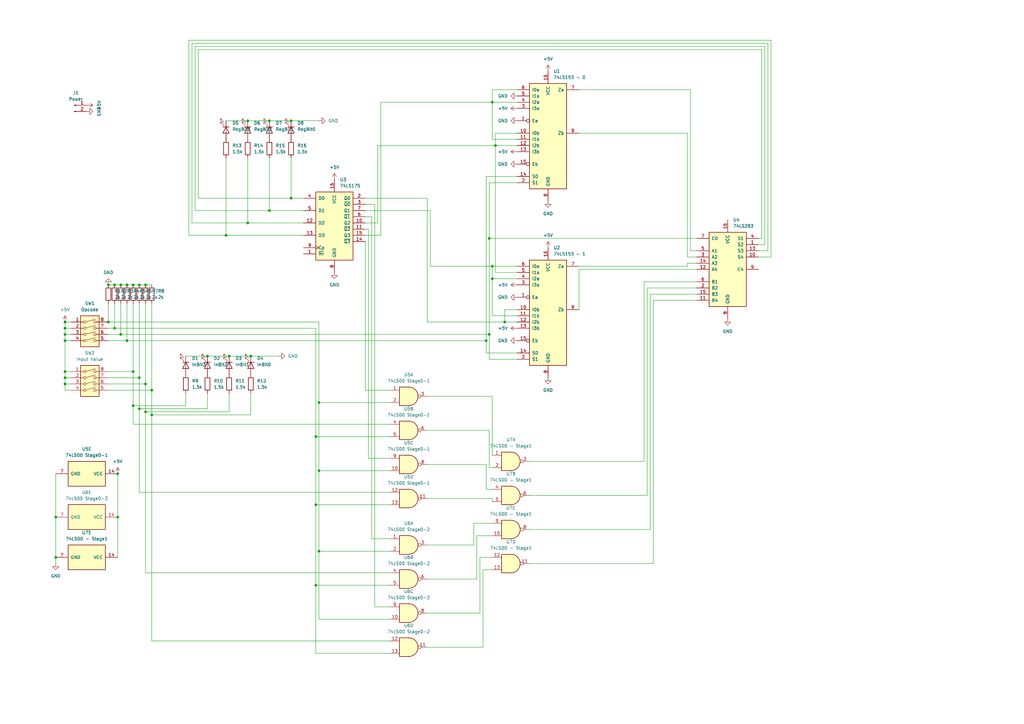
<source format=kicad_sch>
(kicad_sch (version 20230121) (generator eeschema)

  (uuid 1c313898-4f77-4caa-aa9b-e46dbc2f8404)

  (paper "A3")

  (lib_symbols
    (symbol "74xx:74LS00" (pin_names (offset 1.016)) (in_bom yes) (on_board yes)
      (property "Reference" "U" (at 0 1.27 0)
        (effects (font (size 1.27 1.27)))
      )
      (property "Value" "74LS00" (at 0 -1.27 0)
        (effects (font (size 1.27 1.27)))
      )
      (property "Footprint" "" (at 0 0 0)
        (effects (font (size 1.27 1.27)) hide)
      )
      (property "Datasheet" "http://www.ti.com/lit/gpn/sn74ls00" (at 0 0 0)
        (effects (font (size 1.27 1.27)) hide)
      )
      (property "ki_locked" "" (at 0 0 0)
        (effects (font (size 1.27 1.27)))
      )
      (property "ki_keywords" "TTL nand 2-input" (at 0 0 0)
        (effects (font (size 1.27 1.27)) hide)
      )
      (property "ki_description" "quad 2-input NAND gate" (at 0 0 0)
        (effects (font (size 1.27 1.27)) hide)
      )
      (property "ki_fp_filters" "DIP*W7.62mm* SO14*" (at 0 0 0)
        (effects (font (size 1.27 1.27)) hide)
      )
      (symbol "74LS00_1_1"
        (arc (start 0 -3.81) (mid 3.7934 0) (end 0 3.81)
          (stroke (width 0.254) (type default))
          (fill (type background))
        )
        (polyline
          (pts
            (xy 0 3.81)
            (xy -3.81 3.81)
            (xy -3.81 -3.81)
            (xy 0 -3.81)
          )
          (stroke (width 0.254) (type default))
          (fill (type background))
        )
        (pin input line (at -7.62 2.54 0) (length 3.81)
          (name "~" (effects (font (size 1.27 1.27))))
          (number "1" (effects (font (size 1.27 1.27))))
        )
        (pin input line (at -7.62 -2.54 0) (length 3.81)
          (name "~" (effects (font (size 1.27 1.27))))
          (number "2" (effects (font (size 1.27 1.27))))
        )
        (pin output inverted (at 7.62 0 180) (length 3.81)
          (name "~" (effects (font (size 1.27 1.27))))
          (number "3" (effects (font (size 1.27 1.27))))
        )
      )
      (symbol "74LS00_1_2"
        (arc (start -3.81 -3.81) (mid -2.589 0) (end -3.81 3.81)
          (stroke (width 0.254) (type default))
          (fill (type none))
        )
        (arc (start -0.6096 -3.81) (mid 2.1842 -2.5851) (end 3.81 0)
          (stroke (width 0.254) (type default))
          (fill (type background))
        )
        (polyline
          (pts
            (xy -3.81 -3.81)
            (xy -0.635 -3.81)
          )
          (stroke (width 0.254) (type default))
          (fill (type background))
        )
        (polyline
          (pts
            (xy -3.81 3.81)
            (xy -0.635 3.81)
          )
          (stroke (width 0.254) (type default))
          (fill (type background))
        )
        (polyline
          (pts
            (xy -0.635 3.81)
            (xy -3.81 3.81)
            (xy -3.81 3.81)
            (xy -3.556 3.4036)
            (xy -3.0226 2.2606)
            (xy -2.6924 1.0414)
            (xy -2.6162 -0.254)
            (xy -2.7686 -1.4986)
            (xy -3.175 -2.7178)
            (xy -3.81 -3.81)
            (xy -3.81 -3.81)
            (xy -0.635 -3.81)
          )
          (stroke (width -25.4) (type default))
          (fill (type background))
        )
        (arc (start 3.81 0) (mid 2.1915 2.5936) (end -0.6096 3.81)
          (stroke (width 0.254) (type default))
          (fill (type background))
        )
        (pin input inverted (at -7.62 2.54 0) (length 4.318)
          (name "~" (effects (font (size 1.27 1.27))))
          (number "1" (effects (font (size 1.27 1.27))))
        )
        (pin input inverted (at -7.62 -2.54 0) (length 4.318)
          (name "~" (effects (font (size 1.27 1.27))))
          (number "2" (effects (font (size 1.27 1.27))))
        )
        (pin output line (at 7.62 0 180) (length 3.81)
          (name "~" (effects (font (size 1.27 1.27))))
          (number "3" (effects (font (size 1.27 1.27))))
        )
      )
      (symbol "74LS00_2_1"
        (arc (start 0 -3.81) (mid 3.7934 0) (end 0 3.81)
          (stroke (width 0.254) (type default))
          (fill (type background))
        )
        (polyline
          (pts
            (xy 0 3.81)
            (xy -3.81 3.81)
            (xy -3.81 -3.81)
            (xy 0 -3.81)
          )
          (stroke (width 0.254) (type default))
          (fill (type background))
        )
        (pin input line (at -7.62 2.54 0) (length 3.81)
          (name "~" (effects (font (size 1.27 1.27))))
          (number "4" (effects (font (size 1.27 1.27))))
        )
        (pin input line (at -7.62 -2.54 0) (length 3.81)
          (name "~" (effects (font (size 1.27 1.27))))
          (number "5" (effects (font (size 1.27 1.27))))
        )
        (pin output inverted (at 7.62 0 180) (length 3.81)
          (name "~" (effects (font (size 1.27 1.27))))
          (number "6" (effects (font (size 1.27 1.27))))
        )
      )
      (symbol "74LS00_2_2"
        (arc (start -3.81 -3.81) (mid -2.589 0) (end -3.81 3.81)
          (stroke (width 0.254) (type default))
          (fill (type none))
        )
        (arc (start -0.6096 -3.81) (mid 2.1842 -2.5851) (end 3.81 0)
          (stroke (width 0.254) (type default))
          (fill (type background))
        )
        (polyline
          (pts
            (xy -3.81 -3.81)
            (xy -0.635 -3.81)
          )
          (stroke (width 0.254) (type default))
          (fill (type background))
        )
        (polyline
          (pts
            (xy -3.81 3.81)
            (xy -0.635 3.81)
          )
          (stroke (width 0.254) (type default))
          (fill (type background))
        )
        (polyline
          (pts
            (xy -0.635 3.81)
            (xy -3.81 3.81)
            (xy -3.81 3.81)
            (xy -3.556 3.4036)
            (xy -3.0226 2.2606)
            (xy -2.6924 1.0414)
            (xy -2.6162 -0.254)
            (xy -2.7686 -1.4986)
            (xy -3.175 -2.7178)
            (xy -3.81 -3.81)
            (xy -3.81 -3.81)
            (xy -0.635 -3.81)
          )
          (stroke (width -25.4) (type default))
          (fill (type background))
        )
        (arc (start 3.81 0) (mid 2.1915 2.5936) (end -0.6096 3.81)
          (stroke (width 0.254) (type default))
          (fill (type background))
        )
        (pin input inverted (at -7.62 2.54 0) (length 4.318)
          (name "~" (effects (font (size 1.27 1.27))))
          (number "4" (effects (font (size 1.27 1.27))))
        )
        (pin input inverted (at -7.62 -2.54 0) (length 4.318)
          (name "~" (effects (font (size 1.27 1.27))))
          (number "5" (effects (font (size 1.27 1.27))))
        )
        (pin output line (at 7.62 0 180) (length 3.81)
          (name "~" (effects (font (size 1.27 1.27))))
          (number "6" (effects (font (size 1.27 1.27))))
        )
      )
      (symbol "74LS00_3_1"
        (arc (start 0 -3.81) (mid 3.7934 0) (end 0 3.81)
          (stroke (width 0.254) (type default))
          (fill (type background))
        )
        (polyline
          (pts
            (xy 0 3.81)
            (xy -3.81 3.81)
            (xy -3.81 -3.81)
            (xy 0 -3.81)
          )
          (stroke (width 0.254) (type default))
          (fill (type background))
        )
        (pin input line (at -7.62 -2.54 0) (length 3.81)
          (name "~" (effects (font (size 1.27 1.27))))
          (number "10" (effects (font (size 1.27 1.27))))
        )
        (pin output inverted (at 7.62 0 180) (length 3.81)
          (name "~" (effects (font (size 1.27 1.27))))
          (number "8" (effects (font (size 1.27 1.27))))
        )
        (pin input line (at -7.62 2.54 0) (length 3.81)
          (name "~" (effects (font (size 1.27 1.27))))
          (number "9" (effects (font (size 1.27 1.27))))
        )
      )
      (symbol "74LS00_3_2"
        (arc (start -3.81 -3.81) (mid -2.589 0) (end -3.81 3.81)
          (stroke (width 0.254) (type default))
          (fill (type none))
        )
        (arc (start -0.6096 -3.81) (mid 2.1842 -2.5851) (end 3.81 0)
          (stroke (width 0.254) (type default))
          (fill (type background))
        )
        (polyline
          (pts
            (xy -3.81 -3.81)
            (xy -0.635 -3.81)
          )
          (stroke (width 0.254) (type default))
          (fill (type background))
        )
        (polyline
          (pts
            (xy -3.81 3.81)
            (xy -0.635 3.81)
          )
          (stroke (width 0.254) (type default))
          (fill (type background))
        )
        (polyline
          (pts
            (xy -0.635 3.81)
            (xy -3.81 3.81)
            (xy -3.81 3.81)
            (xy -3.556 3.4036)
            (xy -3.0226 2.2606)
            (xy -2.6924 1.0414)
            (xy -2.6162 -0.254)
            (xy -2.7686 -1.4986)
            (xy -3.175 -2.7178)
            (xy -3.81 -3.81)
            (xy -3.81 -3.81)
            (xy -0.635 -3.81)
          )
          (stroke (width -25.4) (type default))
          (fill (type background))
        )
        (arc (start 3.81 0) (mid 2.1915 2.5936) (end -0.6096 3.81)
          (stroke (width 0.254) (type default))
          (fill (type background))
        )
        (pin input inverted (at -7.62 -2.54 0) (length 4.318)
          (name "~" (effects (font (size 1.27 1.27))))
          (number "10" (effects (font (size 1.27 1.27))))
        )
        (pin output line (at 7.62 0 180) (length 3.81)
          (name "~" (effects (font (size 1.27 1.27))))
          (number "8" (effects (font (size 1.27 1.27))))
        )
        (pin input inverted (at -7.62 2.54 0) (length 4.318)
          (name "~" (effects (font (size 1.27 1.27))))
          (number "9" (effects (font (size 1.27 1.27))))
        )
      )
      (symbol "74LS00_4_1"
        (arc (start 0 -3.81) (mid 3.7934 0) (end 0 3.81)
          (stroke (width 0.254) (type default))
          (fill (type background))
        )
        (polyline
          (pts
            (xy 0 3.81)
            (xy -3.81 3.81)
            (xy -3.81 -3.81)
            (xy 0 -3.81)
          )
          (stroke (width 0.254) (type default))
          (fill (type background))
        )
        (pin output inverted (at 7.62 0 180) (length 3.81)
          (name "~" (effects (font (size 1.27 1.27))))
          (number "11" (effects (font (size 1.27 1.27))))
        )
        (pin input line (at -7.62 2.54 0) (length 3.81)
          (name "~" (effects (font (size 1.27 1.27))))
          (number "12" (effects (font (size 1.27 1.27))))
        )
        (pin input line (at -7.62 -2.54 0) (length 3.81)
          (name "~" (effects (font (size 1.27 1.27))))
          (number "13" (effects (font (size 1.27 1.27))))
        )
      )
      (symbol "74LS00_4_2"
        (arc (start -3.81 -3.81) (mid -2.589 0) (end -3.81 3.81)
          (stroke (width 0.254) (type default))
          (fill (type none))
        )
        (arc (start -0.6096 -3.81) (mid 2.1842 -2.5851) (end 3.81 0)
          (stroke (width 0.254) (type default))
          (fill (type background))
        )
        (polyline
          (pts
            (xy -3.81 -3.81)
            (xy -0.635 -3.81)
          )
          (stroke (width 0.254) (type default))
          (fill (type background))
        )
        (polyline
          (pts
            (xy -3.81 3.81)
            (xy -0.635 3.81)
          )
          (stroke (width 0.254) (type default))
          (fill (type background))
        )
        (polyline
          (pts
            (xy -0.635 3.81)
            (xy -3.81 3.81)
            (xy -3.81 3.81)
            (xy -3.556 3.4036)
            (xy -3.0226 2.2606)
            (xy -2.6924 1.0414)
            (xy -2.6162 -0.254)
            (xy -2.7686 -1.4986)
            (xy -3.175 -2.7178)
            (xy -3.81 -3.81)
            (xy -3.81 -3.81)
            (xy -0.635 -3.81)
          )
          (stroke (width -25.4) (type default))
          (fill (type background))
        )
        (arc (start 3.81 0) (mid 2.1915 2.5936) (end -0.6096 3.81)
          (stroke (width 0.254) (type default))
          (fill (type background))
        )
        (pin output line (at 7.62 0 180) (length 3.81)
          (name "~" (effects (font (size 1.27 1.27))))
          (number "11" (effects (font (size 1.27 1.27))))
        )
        (pin input inverted (at -7.62 2.54 0) (length 4.318)
          (name "~" (effects (font (size 1.27 1.27))))
          (number "12" (effects (font (size 1.27 1.27))))
        )
        (pin input inverted (at -7.62 -2.54 0) (length 4.318)
          (name "~" (effects (font (size 1.27 1.27))))
          (number "13" (effects (font (size 1.27 1.27))))
        )
      )
      (symbol "74LS00_5_0"
        (pin power_in line (at 0 12.7 270) (length 5.08)
          (name "VCC" (effects (font (size 1.27 1.27))))
          (number "14" (effects (font (size 1.27 1.27))))
        )
        (pin power_in line (at 0 -12.7 90) (length 5.08)
          (name "GND" (effects (font (size 1.27 1.27))))
          (number "7" (effects (font (size 1.27 1.27))))
        )
      )
      (symbol "74LS00_5_1"
        (rectangle (start -5.08 7.62) (end 5.08 -7.62)
          (stroke (width 0.254) (type default))
          (fill (type background))
        )
      )
    )
    (symbol "74xx:74LS153" (pin_names (offset 1.016)) (in_bom yes) (on_board yes)
      (property "Reference" "U" (at -7.62 21.59 0)
        (effects (font (size 1.27 1.27)))
      )
      (property "Value" "74LS153" (at -7.62 -24.13 0)
        (effects (font (size 1.27 1.27)))
      )
      (property "Footprint" "" (at 0 0 0)
        (effects (font (size 1.27 1.27)) hide)
      )
      (property "Datasheet" "http://www.ti.com/lit/gpn/sn74LS153" (at 0 0 0)
        (effects (font (size 1.27 1.27)) hide)
      )
      (property "ki_locked" "" (at 0 0 0)
        (effects (font (size 1.27 1.27)))
      )
      (property "ki_keywords" "TTL Mux4" (at 0 0 0)
        (effects (font (size 1.27 1.27)) hide)
      )
      (property "ki_description" "Dual Multiplexer 4 to 1" (at 0 0 0)
        (effects (font (size 1.27 1.27)) hide)
      )
      (property "ki_fp_filters" "DIP?16*" (at 0 0 0)
        (effects (font (size 1.27 1.27)) hide)
      )
      (symbol "74LS153_1_0"
        (pin input inverted (at -12.7 5.08 0) (length 5.08)
          (name "Ea" (effects (font (size 1.27 1.27))))
          (number "1" (effects (font (size 1.27 1.27))))
        )
        (pin input line (at -12.7 0 0) (length 5.08)
          (name "I0b" (effects (font (size 1.27 1.27))))
          (number "10" (effects (font (size 1.27 1.27))))
        )
        (pin input line (at -12.7 -2.54 0) (length 5.08)
          (name "I1b" (effects (font (size 1.27 1.27))))
          (number "11" (effects (font (size 1.27 1.27))))
        )
        (pin input line (at -12.7 -5.08 0) (length 5.08)
          (name "I2b" (effects (font (size 1.27 1.27))))
          (number "12" (effects (font (size 1.27 1.27))))
        )
        (pin input line (at -12.7 -7.62 0) (length 5.08)
          (name "I3b" (effects (font (size 1.27 1.27))))
          (number "13" (effects (font (size 1.27 1.27))))
        )
        (pin input line (at -12.7 -17.78 0) (length 5.08)
          (name "S0" (effects (font (size 1.27 1.27))))
          (number "14" (effects (font (size 1.27 1.27))))
        )
        (pin input inverted (at -12.7 -12.7 0) (length 5.08)
          (name "Eb" (effects (font (size 1.27 1.27))))
          (number "15" (effects (font (size 1.27 1.27))))
        )
        (pin power_in line (at 0 25.4 270) (length 5.08)
          (name "VCC" (effects (font (size 1.27 1.27))))
          (number "16" (effects (font (size 1.27 1.27))))
        )
        (pin input line (at -12.7 -20.32 0) (length 5.08)
          (name "S1" (effects (font (size 1.27 1.27))))
          (number "2" (effects (font (size 1.27 1.27))))
        )
        (pin input line (at -12.7 10.16 0) (length 5.08)
          (name "I3a" (effects (font (size 1.27 1.27))))
          (number "3" (effects (font (size 1.27 1.27))))
        )
        (pin input line (at -12.7 12.7 0) (length 5.08)
          (name "I2a" (effects (font (size 1.27 1.27))))
          (number "4" (effects (font (size 1.27 1.27))))
        )
        (pin input line (at -12.7 15.24 0) (length 5.08)
          (name "I1a" (effects (font (size 1.27 1.27))))
          (number "5" (effects (font (size 1.27 1.27))))
        )
        (pin input line (at -12.7 17.78 0) (length 5.08)
          (name "I0a" (effects (font (size 1.27 1.27))))
          (number "6" (effects (font (size 1.27 1.27))))
        )
        (pin output line (at 12.7 17.78 180) (length 5.08)
          (name "Za" (effects (font (size 1.27 1.27))))
          (number "7" (effects (font (size 1.27 1.27))))
        )
        (pin power_in line (at 0 -27.94 90) (length 5.08)
          (name "GND" (effects (font (size 1.27 1.27))))
          (number "8" (effects (font (size 1.27 1.27))))
        )
        (pin output line (at 12.7 0 180) (length 5.08)
          (name "Zb" (effects (font (size 1.27 1.27))))
          (number "9" (effects (font (size 1.27 1.27))))
        )
      )
      (symbol "74LS153_1_1"
        (rectangle (start -7.62 20.32) (end 7.62 -22.86)
          (stroke (width 0.254) (type default))
          (fill (type background))
        )
      )
    )
    (symbol "74xx:74LS175" (pin_names (offset 1.016)) (in_bom yes) (on_board yes)
      (property "Reference" "U" (at -7.62 13.97 0)
        (effects (font (size 1.27 1.27)))
      )
      (property "Value" "74LS175" (at -7.62 -16.51 0)
        (effects (font (size 1.27 1.27)))
      )
      (property "Footprint" "" (at 0 0 0)
        (effects (font (size 1.27 1.27)) hide)
      )
      (property "Datasheet" "http://www.ti.com/lit/gpn/sn74LS175" (at 0 0 0)
        (effects (font (size 1.27 1.27)) hide)
      )
      (property "ki_locked" "" (at 0 0 0)
        (effects (font (size 1.27 1.27)))
      )
      (property "ki_keywords" "TTL REG REG4 DFF" (at 0 0 0)
        (effects (font (size 1.27 1.27)) hide)
      )
      (property "ki_description" "4-bit D Flip-Flop, reset" (at 0 0 0)
        (effects (font (size 1.27 1.27)) hide)
      )
      (property "ki_fp_filters" "DIP?16*" (at 0 0 0)
        (effects (font (size 1.27 1.27)) hide)
      )
      (symbol "74LS175_1_0"
        (pin input line (at -12.7 -12.7 0) (length 5.08)
          (name "~{Mr}" (effects (font (size 1.27 1.27))))
          (number "1" (effects (font (size 1.27 1.27))))
        )
        (pin output line (at 12.7 0 180) (length 5.08)
          (name "Q2" (effects (font (size 1.27 1.27))))
          (number "10" (effects (font (size 1.27 1.27))))
        )
        (pin output line (at 12.7 -2.54 180) (length 5.08)
          (name "~{Q2}" (effects (font (size 1.27 1.27))))
          (number "11" (effects (font (size 1.27 1.27))))
        )
        (pin input line (at -12.7 0 0) (length 5.08)
          (name "D2" (effects (font (size 1.27 1.27))))
          (number "12" (effects (font (size 1.27 1.27))))
        )
        (pin input line (at -12.7 -5.08 0) (length 5.08)
          (name "D3" (effects (font (size 1.27 1.27))))
          (number "13" (effects (font (size 1.27 1.27))))
        )
        (pin output line (at 12.7 -7.62 180) (length 5.08)
          (name "~{Q3}" (effects (font (size 1.27 1.27))))
          (number "14" (effects (font (size 1.27 1.27))))
        )
        (pin output line (at 12.7 -5.08 180) (length 5.08)
          (name "Q3" (effects (font (size 1.27 1.27))))
          (number "15" (effects (font (size 1.27 1.27))))
        )
        (pin power_in line (at 0 17.78 270) (length 5.08)
          (name "VCC" (effects (font (size 1.27 1.27))))
          (number "16" (effects (font (size 1.27 1.27))))
        )
        (pin output line (at 12.7 10.16 180) (length 5.08)
          (name "Q0" (effects (font (size 1.27 1.27))))
          (number "2" (effects (font (size 1.27 1.27))))
        )
        (pin output line (at 12.7 7.62 180) (length 5.08)
          (name "~{Q0}" (effects (font (size 1.27 1.27))))
          (number "3" (effects (font (size 1.27 1.27))))
        )
        (pin input line (at -12.7 10.16 0) (length 5.08)
          (name "D0" (effects (font (size 1.27 1.27))))
          (number "4" (effects (font (size 1.27 1.27))))
        )
        (pin input line (at -12.7 5.08 0) (length 5.08)
          (name "D1" (effects (font (size 1.27 1.27))))
          (number "5" (effects (font (size 1.27 1.27))))
        )
        (pin output line (at 12.7 2.54 180) (length 5.08)
          (name "~{Q1}" (effects (font (size 1.27 1.27))))
          (number "6" (effects (font (size 1.27 1.27))))
        )
        (pin output line (at 12.7 5.08 180) (length 5.08)
          (name "Q1" (effects (font (size 1.27 1.27))))
          (number "7" (effects (font (size 1.27 1.27))))
        )
        (pin power_in line (at 0 -20.32 90) (length 5.08)
          (name "GND" (effects (font (size 1.27 1.27))))
          (number "8" (effects (font (size 1.27 1.27))))
        )
        (pin input clock (at -12.7 -10.16 0) (length 5.08)
          (name "Cp" (effects (font (size 1.27 1.27))))
          (number "9" (effects (font (size 1.27 1.27))))
        )
      )
      (symbol "74LS175_1_1"
        (rectangle (start -7.62 12.7) (end 7.62 -15.24)
          (stroke (width 0.254) (type default))
          (fill (type background))
        )
      )
    )
    (symbol "74xx:74LS283" (pin_names (offset 1.016)) (in_bom yes) (on_board yes)
      (property "Reference" "U" (at -7.62 16.51 0)
        (effects (font (size 1.27 1.27)))
      )
      (property "Value" "74LS283" (at -7.62 -16.51 0)
        (effects (font (size 1.27 1.27)))
      )
      (property "Footprint" "" (at 0 0 0)
        (effects (font (size 1.27 1.27)) hide)
      )
      (property "Datasheet" "http://www.ti.com/lit/gpn/sn74LS283" (at 0 0 0)
        (effects (font (size 1.27 1.27)) hide)
      )
      (property "ki_locked" "" (at 0 0 0)
        (effects (font (size 1.27 1.27)))
      )
      (property "ki_keywords" "TTL ADD Arith ALU" (at 0 0 0)
        (effects (font (size 1.27 1.27)) hide)
      )
      (property "ki_description" "4-bit full Adder" (at 0 0 0)
        (effects (font (size 1.27 1.27)) hide)
      )
      (property "ki_fp_filters" "DIP?16*" (at 0 0 0)
        (effects (font (size 1.27 1.27)) hide)
      )
      (symbol "74LS283_1_0"
        (pin output line (at 12.7 10.16 180) (length 5.08)
          (name "S2" (effects (font (size 1.27 1.27))))
          (number "1" (effects (font (size 1.27 1.27))))
        )
        (pin output line (at 12.7 5.08 180) (length 5.08)
          (name "S4" (effects (font (size 1.27 1.27))))
          (number "10" (effects (font (size 1.27 1.27))))
        )
        (pin input line (at -12.7 -12.7 0) (length 5.08)
          (name "B4" (effects (font (size 1.27 1.27))))
          (number "11" (effects (font (size 1.27 1.27))))
        )
        (pin input line (at -12.7 0 0) (length 5.08)
          (name "A4" (effects (font (size 1.27 1.27))))
          (number "12" (effects (font (size 1.27 1.27))))
        )
        (pin output line (at 12.7 7.62 180) (length 5.08)
          (name "S3" (effects (font (size 1.27 1.27))))
          (number "13" (effects (font (size 1.27 1.27))))
        )
        (pin input line (at -12.7 2.54 0) (length 5.08)
          (name "A3" (effects (font (size 1.27 1.27))))
          (number "14" (effects (font (size 1.27 1.27))))
        )
        (pin input line (at -12.7 -10.16 0) (length 5.08)
          (name "B3" (effects (font (size 1.27 1.27))))
          (number "15" (effects (font (size 1.27 1.27))))
        )
        (pin power_in line (at 0 20.32 270) (length 5.08)
          (name "VCC" (effects (font (size 1.27 1.27))))
          (number "16" (effects (font (size 1.27 1.27))))
        )
        (pin input line (at -12.7 -7.62 0) (length 5.08)
          (name "B2" (effects (font (size 1.27 1.27))))
          (number "2" (effects (font (size 1.27 1.27))))
        )
        (pin input line (at -12.7 5.08 0) (length 5.08)
          (name "A2" (effects (font (size 1.27 1.27))))
          (number "3" (effects (font (size 1.27 1.27))))
        )
        (pin output line (at 12.7 12.7 180) (length 5.08)
          (name "S1" (effects (font (size 1.27 1.27))))
          (number "4" (effects (font (size 1.27 1.27))))
        )
        (pin input line (at -12.7 7.62 0) (length 5.08)
          (name "A1" (effects (font (size 1.27 1.27))))
          (number "5" (effects (font (size 1.27 1.27))))
        )
        (pin input line (at -12.7 -5.08 0) (length 5.08)
          (name "B1" (effects (font (size 1.27 1.27))))
          (number "6" (effects (font (size 1.27 1.27))))
        )
        (pin input line (at -12.7 12.7 0) (length 5.08)
          (name "C0" (effects (font (size 1.27 1.27))))
          (number "7" (effects (font (size 1.27 1.27))))
        )
        (pin power_in line (at 0 -20.32 90) (length 5.08)
          (name "GND" (effects (font (size 1.27 1.27))))
          (number "8" (effects (font (size 1.27 1.27))))
        )
        (pin output line (at 12.7 0 180) (length 5.08)
          (name "C4" (effects (font (size 1.27 1.27))))
          (number "9" (effects (font (size 1.27 1.27))))
        )
      )
      (symbol "74LS283_1_1"
        (rectangle (start -7.62 15.24) (end 7.62 -15.24)
          (stroke (width 0.254) (type default))
          (fill (type background))
        )
      )
    )
    (symbol "Connector:Conn_01x02_Pin" (pin_names (offset 1.016) hide) (in_bom yes) (on_board yes)
      (property "Reference" "J" (at 0 2.54 0)
        (effects (font (size 1.27 1.27)))
      )
      (property "Value" "Conn_01x02_Pin" (at 0 -5.08 0)
        (effects (font (size 1.27 1.27)))
      )
      (property "Footprint" "" (at 0 0 0)
        (effects (font (size 1.27 1.27)) hide)
      )
      (property "Datasheet" "~" (at 0 0 0)
        (effects (font (size 1.27 1.27)) hide)
      )
      (property "ki_locked" "" (at 0 0 0)
        (effects (font (size 1.27 1.27)))
      )
      (property "ki_keywords" "connector" (at 0 0 0)
        (effects (font (size 1.27 1.27)) hide)
      )
      (property "ki_description" "Generic connector, single row, 01x02, script generated" (at 0 0 0)
        (effects (font (size 1.27 1.27)) hide)
      )
      (property "ki_fp_filters" "Connector*:*_1x??_*" (at 0 0 0)
        (effects (font (size 1.27 1.27)) hide)
      )
      (symbol "Conn_01x02_Pin_1_1"
        (polyline
          (pts
            (xy 1.27 -2.54)
            (xy 0.8636 -2.54)
          )
          (stroke (width 0.1524) (type default))
          (fill (type none))
        )
        (polyline
          (pts
            (xy 1.27 0)
            (xy 0.8636 0)
          )
          (stroke (width 0.1524) (type default))
          (fill (type none))
        )
        (rectangle (start 0.8636 -2.413) (end 0 -2.667)
          (stroke (width 0.1524) (type default))
          (fill (type outline))
        )
        (rectangle (start 0.8636 0.127) (end 0 -0.127)
          (stroke (width 0.1524) (type default))
          (fill (type outline))
        )
        (pin passive line (at 5.08 0 180) (length 3.81)
          (name "Pin_1" (effects (font (size 1.27 1.27))))
          (number "1" (effects (font (size 1.27 1.27))))
        )
        (pin passive line (at 5.08 -2.54 180) (length 3.81)
          (name "Pin_2" (effects (font (size 1.27 1.27))))
          (number "2" (effects (font (size 1.27 1.27))))
        )
      )
    )
    (symbol "Device:LED" (pin_numbers hide) (pin_names (offset 1.016) hide) (in_bom yes) (on_board yes)
      (property "Reference" "D" (at 0 2.54 0)
        (effects (font (size 1.27 1.27)))
      )
      (property "Value" "LED" (at 0 -2.54 0)
        (effects (font (size 1.27 1.27)))
      )
      (property "Footprint" "" (at 0 0 0)
        (effects (font (size 1.27 1.27)) hide)
      )
      (property "Datasheet" "~" (at 0 0 0)
        (effects (font (size 1.27 1.27)) hide)
      )
      (property "ki_keywords" "LED diode" (at 0 0 0)
        (effects (font (size 1.27 1.27)) hide)
      )
      (property "ki_description" "Light emitting diode" (at 0 0 0)
        (effects (font (size 1.27 1.27)) hide)
      )
      (property "ki_fp_filters" "LED* LED_SMD:* LED_THT:*" (at 0 0 0)
        (effects (font (size 1.27 1.27)) hide)
      )
      (symbol "LED_0_1"
        (polyline
          (pts
            (xy -1.27 -1.27)
            (xy -1.27 1.27)
          )
          (stroke (width 0.254) (type default))
          (fill (type none))
        )
        (polyline
          (pts
            (xy -1.27 0)
            (xy 1.27 0)
          )
          (stroke (width 0) (type default))
          (fill (type none))
        )
        (polyline
          (pts
            (xy 1.27 -1.27)
            (xy 1.27 1.27)
            (xy -1.27 0)
            (xy 1.27 -1.27)
          )
          (stroke (width 0.254) (type default))
          (fill (type none))
        )
        (polyline
          (pts
            (xy -3.048 -0.762)
            (xy -4.572 -2.286)
            (xy -3.81 -2.286)
            (xy -4.572 -2.286)
            (xy -4.572 -1.524)
          )
          (stroke (width 0) (type default))
          (fill (type none))
        )
        (polyline
          (pts
            (xy -1.778 -0.762)
            (xy -3.302 -2.286)
            (xy -2.54 -2.286)
            (xy -3.302 -2.286)
            (xy -3.302 -1.524)
          )
          (stroke (width 0) (type default))
          (fill (type none))
        )
      )
      (symbol "LED_1_1"
        (pin passive line (at -3.81 0 0) (length 2.54)
          (name "K" (effects (font (size 1.27 1.27))))
          (number "1" (effects (font (size 1.27 1.27))))
        )
        (pin passive line (at 3.81 0 180) (length 2.54)
          (name "A" (effects (font (size 1.27 1.27))))
          (number "2" (effects (font (size 1.27 1.27))))
        )
      )
    )
    (symbol "Device:R" (pin_numbers hide) (pin_names (offset 0)) (in_bom yes) (on_board yes)
      (property "Reference" "R" (at 2.032 0 90)
        (effects (font (size 1.27 1.27)))
      )
      (property "Value" "R" (at 0 0 90)
        (effects (font (size 1.27 1.27)))
      )
      (property "Footprint" "" (at -1.778 0 90)
        (effects (font (size 1.27 1.27)) hide)
      )
      (property "Datasheet" "~" (at 0 0 0)
        (effects (font (size 1.27 1.27)) hide)
      )
      (property "ki_keywords" "R res resistor" (at 0 0 0)
        (effects (font (size 1.27 1.27)) hide)
      )
      (property "ki_description" "Resistor" (at 0 0 0)
        (effects (font (size 1.27 1.27)) hide)
      )
      (property "ki_fp_filters" "R_*" (at 0 0 0)
        (effects (font (size 1.27 1.27)) hide)
      )
      (symbol "R_0_1"
        (rectangle (start -1.016 -2.54) (end 1.016 2.54)
          (stroke (width 0.254) (type default))
          (fill (type none))
        )
      )
      (symbol "R_1_1"
        (pin passive line (at 0 3.81 270) (length 1.27)
          (name "~" (effects (font (size 1.27 1.27))))
          (number "1" (effects (font (size 1.27 1.27))))
        )
        (pin passive line (at 0 -3.81 90) (length 1.27)
          (name "~" (effects (font (size 1.27 1.27))))
          (number "2" (effects (font (size 1.27 1.27))))
        )
      )
    )
    (symbol "Switch:SW_DIP_x04" (pin_names (offset 0) hide) (in_bom yes) (on_board yes)
      (property "Reference" "SW" (at 0 8.89 0)
        (effects (font (size 1.27 1.27)))
      )
      (property "Value" "SW_DIP_x04" (at 0 -6.35 0)
        (effects (font (size 1.27 1.27)))
      )
      (property "Footprint" "" (at 0 0 0)
        (effects (font (size 1.27 1.27)) hide)
      )
      (property "Datasheet" "~" (at 0 0 0)
        (effects (font (size 1.27 1.27)) hide)
      )
      (property "ki_keywords" "dip switch" (at 0 0 0)
        (effects (font (size 1.27 1.27)) hide)
      )
      (property "ki_description" "4x DIP Switch, Single Pole Single Throw (SPST) switch, small symbol" (at 0 0 0)
        (effects (font (size 1.27 1.27)) hide)
      )
      (property "ki_fp_filters" "SW?DIP?x4*" (at 0 0 0)
        (effects (font (size 1.27 1.27)) hide)
      )
      (symbol "SW_DIP_x04_0_0"
        (circle (center -2.032 -2.54) (radius 0.508)
          (stroke (width 0) (type default))
          (fill (type none))
        )
        (circle (center -2.032 0) (radius 0.508)
          (stroke (width 0) (type default))
          (fill (type none))
        )
        (circle (center -2.032 2.54) (radius 0.508)
          (stroke (width 0) (type default))
          (fill (type none))
        )
        (circle (center -2.032 5.08) (radius 0.508)
          (stroke (width 0) (type default))
          (fill (type none))
        )
        (polyline
          (pts
            (xy -1.524 -2.3876)
            (xy 2.3622 -1.3462)
          )
          (stroke (width 0) (type default))
          (fill (type none))
        )
        (polyline
          (pts
            (xy -1.524 0.127)
            (xy 2.3622 1.1684)
          )
          (stroke (width 0) (type default))
          (fill (type none))
        )
        (polyline
          (pts
            (xy -1.524 2.667)
            (xy 2.3622 3.7084)
          )
          (stroke (width 0) (type default))
          (fill (type none))
        )
        (polyline
          (pts
            (xy -1.524 5.207)
            (xy 2.3622 6.2484)
          )
          (stroke (width 0) (type default))
          (fill (type none))
        )
        (circle (center 2.032 -2.54) (radius 0.508)
          (stroke (width 0) (type default))
          (fill (type none))
        )
        (circle (center 2.032 0) (radius 0.508)
          (stroke (width 0) (type default))
          (fill (type none))
        )
        (circle (center 2.032 2.54) (radius 0.508)
          (stroke (width 0) (type default))
          (fill (type none))
        )
        (circle (center 2.032 5.08) (radius 0.508)
          (stroke (width 0) (type default))
          (fill (type none))
        )
      )
      (symbol "SW_DIP_x04_0_1"
        (rectangle (start -3.81 7.62) (end 3.81 -5.08)
          (stroke (width 0.254) (type default))
          (fill (type background))
        )
      )
      (symbol "SW_DIP_x04_1_1"
        (pin passive line (at -7.62 5.08 0) (length 5.08)
          (name "~" (effects (font (size 1.27 1.27))))
          (number "1" (effects (font (size 1.27 1.27))))
        )
        (pin passive line (at -7.62 2.54 0) (length 5.08)
          (name "~" (effects (font (size 1.27 1.27))))
          (number "2" (effects (font (size 1.27 1.27))))
        )
        (pin passive line (at -7.62 0 0) (length 5.08)
          (name "~" (effects (font (size 1.27 1.27))))
          (number "3" (effects (font (size 1.27 1.27))))
        )
        (pin passive line (at -7.62 -2.54 0) (length 5.08)
          (name "~" (effects (font (size 1.27 1.27))))
          (number "4" (effects (font (size 1.27 1.27))))
        )
        (pin passive line (at 7.62 -2.54 180) (length 5.08)
          (name "~" (effects (font (size 1.27 1.27))))
          (number "5" (effects (font (size 1.27 1.27))))
        )
        (pin passive line (at 7.62 0 180) (length 5.08)
          (name "~" (effects (font (size 1.27 1.27))))
          (number "6" (effects (font (size 1.27 1.27))))
        )
        (pin passive line (at 7.62 2.54 180) (length 5.08)
          (name "~" (effects (font (size 1.27 1.27))))
          (number "7" (effects (font (size 1.27 1.27))))
        )
        (pin passive line (at 7.62 5.08 180) (length 5.08)
          (name "~" (effects (font (size 1.27 1.27))))
          (number "8" (effects (font (size 1.27 1.27))))
        )
      )
    )
    (symbol "power:+5V" (power) (pin_names (offset 0)) (in_bom yes) (on_board yes)
      (property "Reference" "#PWR" (at 0 -3.81 0)
        (effects (font (size 1.27 1.27)) hide)
      )
      (property "Value" "+5V" (at 0 3.556 0)
        (effects (font (size 1.27 1.27)))
      )
      (property "Footprint" "" (at 0 0 0)
        (effects (font (size 1.27 1.27)) hide)
      )
      (property "Datasheet" "" (at 0 0 0)
        (effects (font (size 1.27 1.27)) hide)
      )
      (property "ki_keywords" "global power" (at 0 0 0)
        (effects (font (size 1.27 1.27)) hide)
      )
      (property "ki_description" "Power symbol creates a global label with name \"+5V\"" (at 0 0 0)
        (effects (font (size 1.27 1.27)) hide)
      )
      (symbol "+5V_0_1"
        (polyline
          (pts
            (xy -0.762 1.27)
            (xy 0 2.54)
          )
          (stroke (width 0) (type default))
          (fill (type none))
        )
        (polyline
          (pts
            (xy 0 0)
            (xy 0 2.54)
          )
          (stroke (width 0) (type default))
          (fill (type none))
        )
        (polyline
          (pts
            (xy 0 2.54)
            (xy 0.762 1.27)
          )
          (stroke (width 0) (type default))
          (fill (type none))
        )
      )
      (symbol "+5V_1_1"
        (pin power_in line (at 0 0 90) (length 0) hide
          (name "+5V" (effects (font (size 1.27 1.27))))
          (number "1" (effects (font (size 1.27 1.27))))
        )
      )
    )
    (symbol "power:GND" (power) (pin_names (offset 0)) (in_bom yes) (on_board yes)
      (property "Reference" "#PWR" (at 0 -6.35 0)
        (effects (font (size 1.27 1.27)) hide)
      )
      (property "Value" "GND" (at 0 -3.81 0)
        (effects (font (size 1.27 1.27)))
      )
      (property "Footprint" "" (at 0 0 0)
        (effects (font (size 1.27 1.27)) hide)
      )
      (property "Datasheet" "" (at 0 0 0)
        (effects (font (size 1.27 1.27)) hide)
      )
      (property "ki_keywords" "global power" (at 0 0 0)
        (effects (font (size 1.27 1.27)) hide)
      )
      (property "ki_description" "Power symbol creates a global label with name \"GND\" , ground" (at 0 0 0)
        (effects (font (size 1.27 1.27)) hide)
      )
      (symbol "GND_0_1"
        (polyline
          (pts
            (xy 0 0)
            (xy 0 -1.27)
            (xy 1.27 -1.27)
            (xy 0 -2.54)
            (xy -1.27 -1.27)
            (xy 0 -1.27)
          )
          (stroke (width 0) (type default))
          (fill (type none))
        )
      )
      (symbol "GND_1_1"
        (pin power_in line (at 0 0 270) (length 0) hide
          (name "GND" (effects (font (size 1.27 1.27))))
          (number "1" (effects (font (size 1.27 1.27))))
        )
      )
    )
  )

  (junction (at 110.49 86.36) (diameter 0) (color 0 0 0 0)
    (uuid 000f38bb-3adf-45cc-8dd4-4a95acb2be80)
  )
  (junction (at 101.6 91.44) (diameter 0) (color 0 0 0 0)
    (uuid 015e7e99-70c3-41c1-85f1-0c747a28d441)
  )
  (junction (at 59.69 157.48) (diameter 0) (color 0 0 0 0)
    (uuid 04991fd7-c6ac-4d29-adb8-a428cad3152d)
  )
  (junction (at 201.93 109.22) (diameter 0) (color 0 0 0 0)
    (uuid 076a0edc-41fd-4184-9e10-1a251de871a3)
  )
  (junction (at 119.38 49.53) (diameter 0) (color 0 0 0 0)
    (uuid 0efcb915-f040-4a24-be42-59c992d3d5eb)
  )
  (junction (at 54.61 166.37) (diameter 0) (color 0 0 0 0)
    (uuid 0fe47ba2-9a08-470d-89c0-ef4b7794abaf)
  )
  (junction (at 26.67 137.16) (diameter 0) (color 0 0 0 0)
    (uuid 122e66cf-f96d-45b7-a99c-96090a5c9a4e)
  )
  (junction (at 92.71 96.52) (diameter 0) (color 0 0 0 0)
    (uuid 134f3bea-874c-45df-8ad4-2d0dac4214a6)
  )
  (junction (at 130.81 226.06) (diameter 0) (color 0 0 0 0)
    (uuid 13d72896-afe9-4cee-bace-9037f1d67b89)
  )
  (junction (at 102.87 146.05) (diameter 0) (color 0 0 0 0)
    (uuid 199bf276-c0a9-41c7-b236-ca3f5262992a)
  )
  (junction (at 26.67 157.48) (diameter 0) (color 0 0 0 0)
    (uuid 24907de8-2f19-4fbc-8437-c278815960ef)
  )
  (junction (at 26.67 132.08) (diameter 0) (color 0 0 0 0)
    (uuid 2c3abcc9-bfa1-4f3f-bfe3-a1ab8b5e08db)
  )
  (junction (at 129.54 207.01) (diameter 0) (color 0 0 0 0)
    (uuid 31c3adb3-6059-4b21-8ed0-380ff3eb4136)
  )
  (junction (at 49.53 116.84) (diameter 0) (color 0 0 0 0)
    (uuid 34b9fd58-8090-4ac2-94db-c86a9b8eb266)
  )
  (junction (at 129.54 240.03) (diameter 0) (color 0 0 0 0)
    (uuid 356bc5c0-59a5-43a1-8c48-ed6d689e21f4)
  )
  (junction (at 22.86 228.6) (diameter 0) (color 0 0 0 0)
    (uuid 361632a8-ce60-4c06-9ef7-80cbcbbb47dc)
  )
  (junction (at 48.26 194.31) (diameter 0) (color 0 0 0 0)
    (uuid 3e7de14b-25aa-4eea-880a-71c7bcc0a7a3)
  )
  (junction (at 200.66 137.16) (diameter 0) (color 0 0 0 0)
    (uuid 501dac0f-ac7b-4be9-af01-52cce01c536a)
  )
  (junction (at 57.15 116.84) (diameter 0) (color 0 0 0 0)
    (uuid 5f67ceda-14a5-4d1f-b3f6-c65365797d37)
  )
  (junction (at 59.69 116.84) (diameter 0) (color 0 0 0 0)
    (uuid 6159b1ba-4137-409c-9ea8-cb06d2193112)
  )
  (junction (at 101.6 49.53) (diameter 0) (color 0 0 0 0)
    (uuid 6284ac48-a383-4011-b554-1b13af5ea50e)
  )
  (junction (at 130.81 193.04) (diameter 0) (color 0 0 0 0)
    (uuid 67b49f20-a2b5-44e2-923f-11d2624e3bbf)
  )
  (junction (at 49.53 137.16) (diameter 0) (color 0 0 0 0)
    (uuid 69476cc4-1f2c-45fc-b5ee-8e28caf3dd05)
  )
  (junction (at 62.23 170.18) (diameter 0) (color 0 0 0 0)
    (uuid 6ebac7e0-c1a8-43b0-b514-a4b3a314e9e1)
  )
  (junction (at 62.23 160.02) (diameter 0) (color 0 0 0 0)
    (uuid 709be302-f49a-4bf2-9dc5-0a1d9a014af9)
  )
  (junction (at 57.15 167.64) (diameter 0) (color 0 0 0 0)
    (uuid 720003fb-d4e8-428a-b2ff-9468b75d5f03)
  )
  (junction (at 26.67 134.62) (diameter 0) (color 0 0 0 0)
    (uuid 76e60e63-5a80-4795-80d9-d1a3e0bc9f97)
  )
  (junction (at 203.2 59.69) (diameter 0) (color 0 0 0 0)
    (uuid 7991ebc9-b945-421c-9c81-900c23579516)
  )
  (junction (at 59.69 168.91) (diameter 0) (color 0 0 0 0)
    (uuid 7ec2b90f-774e-49d6-ad10-ba48b5680238)
  )
  (junction (at 52.07 116.84) (diameter 0) (color 0 0 0 0)
    (uuid 85534484-7c8c-491a-b573-7dfe846970a6)
  )
  (junction (at 110.49 49.53) (diameter 0) (color 0 0 0 0)
    (uuid 8d35a409-f4c2-43e9-b4cd-4e49be8f4750)
  )
  (junction (at 48.26 212.09) (diameter 0) (color 0 0 0 0)
    (uuid 8f0bf99c-7d4a-47b6-885c-fbe2ec96b993)
  )
  (junction (at 130.81 165.1) (diameter 0) (color 0 0 0 0)
    (uuid 8fdd04e2-6baf-48ca-b5f6-1b3061da097d)
  )
  (junction (at 22.86 212.09) (diameter 0) (color 0 0 0 0)
    (uuid 93450fe3-4909-454b-bd7a-2b84bbb5f1f6)
  )
  (junction (at 85.09 146.05) (diameter 0) (color 0 0 0 0)
    (uuid 9378cc4e-3046-4361-bb3d-5e19a637c25b)
  )
  (junction (at 129.54 179.07) (diameter 0) (color 0 0 0 0)
    (uuid 9b6df810-8f83-4a82-80d6-9ae7d9eec90a)
  )
  (junction (at 26.67 152.4) (diameter 0) (color 0 0 0 0)
    (uuid a05c8344-5040-42aa-a988-39113d4e934c)
  )
  (junction (at 26.67 154.94) (diameter 0) (color 0 0 0 0)
    (uuid a12721a3-8122-4360-947e-08d4b3bf37f8)
  )
  (junction (at 207.01 132.08) (diameter 0) (color 0 0 0 0)
    (uuid a2632538-2a46-409d-9353-6bf185290401)
  )
  (junction (at 199.39 139.7) (diameter 0) (color 0 0 0 0)
    (uuid a439787d-c6ac-499c-9ba1-8ef3aae8216a)
  )
  (junction (at 201.93 114.3) (diameter 0) (color 0 0 0 0)
    (uuid a4fae02a-eb0f-49fc-96b4-c0ef7c40e7a1)
  )
  (junction (at 46.99 134.62) (diameter 0) (color 0 0 0 0)
    (uuid b34de695-1bf4-4b30-a102-d0a93149fa32)
  )
  (junction (at 54.61 152.4) (diameter 0) (color 0 0 0 0)
    (uuid baf81c59-a8c0-437d-a7c7-07a3d2f90d1d)
  )
  (junction (at 52.07 139.7) (diameter 0) (color 0 0 0 0)
    (uuid be7a2f90-36c9-4f5f-a50f-035965386b3f)
  )
  (junction (at 44.45 132.08) (diameter 0) (color 0 0 0 0)
    (uuid bfb7bccd-fc66-4c5f-86e4-040bfda895cc)
  )
  (junction (at 44.45 116.84) (diameter 0) (color 0 0 0 0)
    (uuid bfd6ad60-c938-4f9c-8dd3-08c724b2bad8)
  )
  (junction (at 201.93 41.91) (diameter 0) (color 0 0 0 0)
    (uuid bfef7dc4-12de-4627-a176-992c34bb4d2c)
  )
  (junction (at 57.15 154.94) (diameter 0) (color 0 0 0 0)
    (uuid c3f7adc8-7394-4184-83cf-8e6ddad88344)
  )
  (junction (at 119.38 81.28) (diameter 0) (color 0 0 0 0)
    (uuid d23b898f-130c-485a-a0bf-dac5d54c81e5)
  )
  (junction (at 26.67 139.7) (diameter 0) (color 0 0 0 0)
    (uuid edbb2f3a-d33a-4145-af45-8a760dec129a)
  )
  (junction (at 54.61 116.84) (diameter 0) (color 0 0 0 0)
    (uuid edbf3b9c-d233-4825-a735-2c90971aa201)
  )
  (junction (at 93.98 146.05) (diameter 0) (color 0 0 0 0)
    (uuid f231cb97-7334-480b-973a-6e7800016899)
  )
  (junction (at 46.99 116.84) (diameter 0) (color 0 0 0 0)
    (uuid f2f13463-bf1a-48ec-867f-21e652171951)
  )
  (junction (at 200.66 97.79) (diameter 0) (color 0 0 0 0)
    (uuid fbc6850e-6e1e-4c81-ad7c-f341bea61ec6)
  )

  (wire (pts (xy 57.15 116.84) (xy 59.69 116.84))
    (stroke (width 0) (type default))
    (uuid 00963b77-1193-40fc-aa6d-635a652903e1)
  )
  (wire (pts (xy 149.86 99.06) (xy 149.86 160.02))
    (stroke (width 0) (type default))
    (uuid 0314b358-75db-48e1-842d-4decf6f8fb03)
  )
  (wire (pts (xy 314.96 17.78) (xy 78.74 17.78))
    (stroke (width 0) (type default))
    (uuid 04d53986-3146-4a34-9386-20e2e17cc8e4)
  )
  (wire (pts (xy 44.45 139.7) (xy 52.07 139.7))
    (stroke (width 0) (type default))
    (uuid 054c743b-b490-429c-83ee-0e24259512bf)
  )
  (wire (pts (xy 212.09 129.54) (xy 201.93 129.54))
    (stroke (width 0) (type default))
    (uuid 06e2718a-6ec0-4296-99e1-b02632a09a62)
  )
  (wire (pts (xy 201.93 219.71) (xy 195.58 219.71))
    (stroke (width 0) (type default))
    (uuid 06f6e282-ff24-4269-a7d4-38d6532bcc92)
  )
  (wire (pts (xy 264.16 115.57) (xy 285.75 115.57))
    (stroke (width 0) (type default))
    (uuid 082794c5-fce8-41c3-a41d-d554a023dcd2)
  )
  (wire (pts (xy 62.23 170.18) (xy 62.23 262.89))
    (stroke (width 0) (type default))
    (uuid 0c4bcfed-1aed-4b10-aa50-8fd2e88060c2)
  )
  (wire (pts (xy 175.26 223.52) (xy 194.31 223.52))
    (stroke (width 0) (type default))
    (uuid 0d3828a8-e4c2-4ab3-b336-a4ad80fa7cd9)
  )
  (wire (pts (xy 81.28 81.28) (xy 119.38 81.28))
    (stroke (width 0) (type default))
    (uuid 0eaa01cf-a79c-4b7d-a6e9-fe8233c96a01)
  )
  (wire (pts (xy 76.2 166.37) (xy 76.2 161.29))
    (stroke (width 0) (type default))
    (uuid 0ff34a38-a759-430a-8627-39feef6e28a2)
  )
  (wire (pts (xy 175.26 176.53) (xy 200.66 176.53))
    (stroke (width 0) (type default))
    (uuid 1065fa9f-8456-4fd2-957a-1f5e19af7f02)
  )
  (wire (pts (xy 129.54 267.97) (xy 160.02 267.97))
    (stroke (width 0) (type default))
    (uuid 1206bba0-d529-45cd-a7ae-b7afa9533286)
  )
  (wire (pts (xy 198.12 233.68) (xy 198.12 265.43))
    (stroke (width 0) (type default))
    (uuid 1368646a-c8f1-491b-80a6-db1fb2fbf920)
  )
  (wire (pts (xy 175.26 132.08) (xy 207.01 132.08))
    (stroke (width 0) (type default))
    (uuid 1506f390-f0e8-42c9-a8f4-de1f5cabd78b)
  )
  (wire (pts (xy 201.93 129.54) (xy 201.93 114.3))
    (stroke (width 0) (type default))
    (uuid 15d42c98-542b-4b75-9bcf-0070a3a11e8f)
  )
  (wire (pts (xy 160.02 254) (xy 130.81 254))
    (stroke (width 0) (type default))
    (uuid 1769fc30-6c6c-458e-9177-36bafbc49768)
  )
  (wire (pts (xy 119.38 81.28) (xy 124.46 81.28))
    (stroke (width 0) (type default))
    (uuid 1824ebfe-abfb-44e4-ae35-fc346d554d74)
  )
  (wire (pts (xy 212.09 127) (xy 207.01 127))
    (stroke (width 0) (type default))
    (uuid 1867bf9d-bfc1-44f8-b00e-dc8ab9abd612)
  )
  (wire (pts (xy 283.21 102.87) (xy 285.75 102.87))
    (stroke (width 0) (type default))
    (uuid 18e96737-3874-4ca7-933e-6f6762503e57)
  )
  (wire (pts (xy 149.86 91.44) (xy 154.94 91.44))
    (stroke (width 0) (type default))
    (uuid 196a460c-3c67-49f7-aa14-0c78f8136d0d)
  )
  (wire (pts (xy 153.67 83.82) (xy 149.86 83.82))
    (stroke (width 0) (type default))
    (uuid 1b016f56-0ac2-48ac-a346-7098af0b86ee)
  )
  (wire (pts (xy 77.47 96.52) (xy 77.47 16.51))
    (stroke (width 0) (type default))
    (uuid 1ce3f439-2a1f-46ef-a3c9-43ed14051da8)
  )
  (wire (pts (xy 59.69 157.48) (xy 59.69 124.46))
    (stroke (width 0) (type default))
    (uuid 1d9fa684-dac0-4d0c-8f7a-c5f279ebfc5e)
  )
  (wire (pts (xy 281.94 105.41) (xy 285.75 105.41))
    (stroke (width 0) (type default))
    (uuid 1deadc63-a0ed-4656-90a4-0d480f421c38)
  )
  (wire (pts (xy 149.86 88.9) (xy 152.4 88.9))
    (stroke (width 0) (type default))
    (uuid 1ebb7940-fd39-43e8-a0ef-e405bd145ba6)
  )
  (wire (pts (xy 44.45 124.46) (xy 44.45 132.08))
    (stroke (width 0) (type default))
    (uuid 233aa0fe-3f75-4e6f-8944-d723834b0637)
  )
  (wire (pts (xy 199.39 139.7) (xy 199.39 144.78))
    (stroke (width 0) (type default))
    (uuid 272c980b-fbea-4ed7-9f14-a7845e152d15)
  )
  (wire (pts (xy 237.49 54.61) (xy 281.94 54.61))
    (stroke (width 0) (type default))
    (uuid 27780ecd-3f89-444d-afa8-e0ea9122f302)
  )
  (wire (pts (xy 201.93 162.56) (xy 201.93 186.69))
    (stroke (width 0) (type default))
    (uuid 2d1179ce-9874-4999-b668-48afbe34198f)
  )
  (wire (pts (xy 156.21 96.52) (xy 156.21 41.91))
    (stroke (width 0) (type default))
    (uuid 306ca835-eaaf-4468-a31b-e762a4676509)
  )
  (wire (pts (xy 212.09 57.15) (xy 201.93 57.15))
    (stroke (width 0) (type default))
    (uuid 30c53eea-35d9-4f81-b05a-2cdea616cc1e)
  )
  (wire (pts (xy 44.45 132.08) (xy 130.81 132.08))
    (stroke (width 0) (type default))
    (uuid 327d9cc2-9f18-4ef3-8f2c-c5a36addf8c2)
  )
  (wire (pts (xy 149.86 81.28) (xy 175.26 81.28))
    (stroke (width 0) (type default))
    (uuid 335e10fc-30ab-48cf-9d05-29e8b0fcf6a6)
  )
  (wire (pts (xy 175.26 81.28) (xy 175.26 132.08))
    (stroke (width 0) (type default))
    (uuid 391b237a-3ca5-423c-99e2-6c33489de737)
  )
  (wire (pts (xy 102.87 146.05) (xy 114.3 146.05))
    (stroke (width 0) (type default))
    (uuid 3a45077e-0f3b-41a8-93fa-bcf018bc804a)
  )
  (wire (pts (xy 124.46 86.36) (xy 110.49 86.36))
    (stroke (width 0) (type default))
    (uuid 3b2db12a-f1f2-485f-94aa-b64037a1f87f)
  )
  (wire (pts (xy 124.46 96.52) (xy 92.71 96.52))
    (stroke (width 0) (type default))
    (uuid 3b7c3190-92c3-463f-958e-a018aa29a0e7)
  )
  (wire (pts (xy 52.07 139.7) (xy 199.39 139.7))
    (stroke (width 0) (type default))
    (uuid 3c894b05-0e22-432f-980e-f30ab8748f0b)
  )
  (wire (pts (xy 312.42 97.79) (xy 311.15 97.79))
    (stroke (width 0) (type default))
    (uuid 3ca2282c-07c4-4e83-bf8d-e4fee84860cb)
  )
  (wire (pts (xy 92.71 64.77) (xy 92.71 96.52))
    (stroke (width 0) (type default))
    (uuid 3d09e1c7-d583-4a07-8ca2-ca821535072f)
  )
  (wire (pts (xy 201.93 233.68) (xy 198.12 233.68))
    (stroke (width 0) (type default))
    (uuid 3ee85024-026d-4773-ab2a-5cd353a68c5b)
  )
  (wire (pts (xy 200.66 97.79) (xy 200.66 137.16))
    (stroke (width 0) (type default))
    (uuid 3f022095-7ab9-43e2-a90a-9731812734c1)
  )
  (wire (pts (xy 101.6 49.53) (xy 110.49 49.53))
    (stroke (width 0) (type default))
    (uuid 3f173f07-836a-4018-a4cb-7f228d0ef1ca)
  )
  (wire (pts (xy 26.67 137.16) (xy 29.21 137.16))
    (stroke (width 0) (type default))
    (uuid 3feb60a5-326d-443d-b9c8-cf47f87e449a)
  )
  (wire (pts (xy 44.45 116.84) (xy 46.99 116.84))
    (stroke (width 0) (type default))
    (uuid 401c3872-d8b8-4d05-bd6e-990030581632)
  )
  (wire (pts (xy 149.86 93.98) (xy 151.13 93.98))
    (stroke (width 0) (type default))
    (uuid 42fa4249-c103-4c67-b766-1ad073762e5e)
  )
  (wire (pts (xy 57.15 167.64) (xy 57.15 201.93))
    (stroke (width 0) (type default))
    (uuid 43be86c7-91e7-4b24-9cdb-de0289d5fa96)
  )
  (wire (pts (xy 54.61 166.37) (xy 54.61 152.4))
    (stroke (width 0) (type default))
    (uuid 445af70b-abab-42c9-91c2-21d0b7890882)
  )
  (wire (pts (xy 194.31 223.52) (xy 194.31 214.63))
    (stroke (width 0) (type default))
    (uuid 447a3a0f-e6ac-4d8d-8036-6328a9b47810)
  )
  (wire (pts (xy 22.86 228.6) (xy 22.86 231.14))
    (stroke (width 0) (type default))
    (uuid 44ee4d77-f856-4a68-8528-d6807a254e2e)
  )
  (wire (pts (xy 149.86 86.36) (xy 176.53 86.36))
    (stroke (width 0) (type default))
    (uuid 4876a3d5-f27e-4e2c-8652-d5dd26e9b41a)
  )
  (wire (pts (xy 201.93 41.91) (xy 201.93 36.83))
    (stroke (width 0) (type default))
    (uuid 48d5c430-1d13-42a6-b045-c09b0bbed20c)
  )
  (wire (pts (xy 26.67 132.08) (xy 29.21 132.08))
    (stroke (width 0) (type default))
    (uuid 49ca43f6-79d1-454b-9ff6-3bc6bc60b882)
  )
  (wire (pts (xy 199.39 200.66) (xy 201.93 200.66))
    (stroke (width 0) (type default))
    (uuid 49ec6fc3-5127-4343-81d7-4dd7a99f04f7)
  )
  (wire (pts (xy 130.81 254) (xy 130.81 226.06))
    (stroke (width 0) (type default))
    (uuid 4a866c11-d22b-476b-91e1-e23620af016c)
  )
  (wire (pts (xy 129.54 179.07) (xy 129.54 207.01))
    (stroke (width 0) (type default))
    (uuid 4abe303f-57f5-449a-9b7e-81652536c6a1)
  )
  (wire (pts (xy 62.23 262.89) (xy 160.02 262.89))
    (stroke (width 0) (type default))
    (uuid 4c15f391-b2bb-4b26-86c1-ea69e0f58177)
  )
  (wire (pts (xy 26.67 157.48) (xy 26.67 160.02))
    (stroke (width 0) (type default))
    (uuid 4d89c41e-1c6d-481b-ae05-9d02d69d7381)
  )
  (wire (pts (xy 44.45 157.48) (xy 59.69 157.48))
    (stroke (width 0) (type default))
    (uuid 4f2a12f3-cf4c-4c7d-9554-579297268c2b)
  )
  (wire (pts (xy 201.93 36.83) (xy 212.09 36.83))
    (stroke (width 0) (type default))
    (uuid 50c843a8-c3e6-4383-9a91-7dc9aac7fd30)
  )
  (wire (pts (xy 93.98 168.91) (xy 93.98 161.29))
    (stroke (width 0) (type default))
    (uuid 53f62102-ddbf-4c5c-83ca-ce4fb926b8a9)
  )
  (wire (pts (xy 207.01 127) (xy 207.01 132.08))
    (stroke (width 0) (type default))
    (uuid 56723677-0bfc-402f-a667-e4d3653c7ce8)
  )
  (wire (pts (xy 59.69 168.91) (xy 93.98 168.91))
    (stroke (width 0) (type default))
    (uuid 5a2c53a2-fa56-49eb-8925-47159df217f0)
  )
  (wire (pts (xy 195.58 237.49) (xy 175.26 237.49))
    (stroke (width 0) (type default))
    (uuid 5a87fe8d-08a1-4587-9eb1-1066032915bc)
  )
  (wire (pts (xy 77.47 16.51) (xy 316.23 16.51))
    (stroke (width 0) (type default))
    (uuid 5abfd712-5b52-454b-b4a6-522c7485d597)
  )
  (wire (pts (xy 151.13 93.98) (xy 151.13 187.96))
    (stroke (width 0) (type default))
    (uuid 5b24e191-a3ae-42c0-ab5e-61c18bbb98e0)
  )
  (wire (pts (xy 266.7 217.17) (xy 266.7 120.65))
    (stroke (width 0) (type default))
    (uuid 5b3509de-5fb0-4c91-bcb8-3ce071fe6a9f)
  )
  (wire (pts (xy 59.69 168.91) (xy 59.69 234.95))
    (stroke (width 0) (type default))
    (uuid 5c06ef62-0469-41aa-857c-0eb57d3b491e)
  )
  (wire (pts (xy 176.53 86.36) (xy 176.53 109.22))
    (stroke (width 0) (type default))
    (uuid 5c2e31e5-a5ab-4058-acdd-07b266f4f6b1)
  )
  (wire (pts (xy 129.54 207.01) (xy 160.02 207.01))
    (stroke (width 0) (type default))
    (uuid 5ea1835e-6b6e-433b-a0fb-b9cdb1945387)
  )
  (wire (pts (xy 49.53 137.16) (xy 200.66 137.16))
    (stroke (width 0) (type default))
    (uuid 62d87edf-ae5d-451c-9558-d6aba4c2242e)
  )
  (wire (pts (xy 267.97 123.19) (xy 267.97 231.14))
    (stroke (width 0) (type default))
    (uuid 64d0c174-447c-4fe5-bd69-17ccf347b3b5)
  )
  (wire (pts (xy 201.93 57.15) (xy 201.93 41.91))
    (stroke (width 0) (type default))
    (uuid 653ee8af-134f-453b-9435-5370dddc4df6)
  )
  (wire (pts (xy 80.01 86.36) (xy 80.01 19.05))
    (stroke (width 0) (type default))
    (uuid 65679c03-ed8c-4513-9829-80dddcc52e4f)
  )
  (wire (pts (xy 283.21 36.83) (xy 283.21 102.87))
    (stroke (width 0) (type default))
    (uuid 663c4b9d-b5e8-4f92-8613-30afc6b819ee)
  )
  (wire (pts (xy 93.98 146.05) (xy 102.87 146.05))
    (stroke (width 0) (type default))
    (uuid 663edfd2-5d1d-4afc-838f-1198e4d51245)
  )
  (wire (pts (xy 26.67 132.08) (xy 26.67 134.62))
    (stroke (width 0) (type default))
    (uuid 683724b3-04bd-466e-ba38-49509071524c)
  )
  (wire (pts (xy 129.54 240.03) (xy 129.54 267.97))
    (stroke (width 0) (type default))
    (uuid 698a1223-e55b-49d3-b413-7d335e76e6ce)
  )
  (wire (pts (xy 46.99 134.62) (xy 129.54 134.62))
    (stroke (width 0) (type default))
    (uuid 69fa3d52-4b85-4712-b904-5d9d85ddae3e)
  )
  (wire (pts (xy 203.2 54.61) (xy 203.2 59.69))
    (stroke (width 0) (type default))
    (uuid 6a02e0a4-66d6-4bc9-a327-9f834d5b7d8c)
  )
  (wire (pts (xy 285.75 123.19) (xy 267.97 123.19))
    (stroke (width 0) (type default))
    (uuid 6a2a30e4-a248-4ee2-848d-521f48eb2e53)
  )
  (wire (pts (xy 285.75 118.11) (xy 265.43 118.11))
    (stroke (width 0) (type default))
    (uuid 6b54bfde-c479-4b21-8820-790019efbebd)
  )
  (wire (pts (xy 266.7 120.65) (xy 285.75 120.65))
    (stroke (width 0) (type default))
    (uuid 6cced023-1002-47f0-8608-4c3ab46a9bc2)
  )
  (wire (pts (xy 195.58 219.71) (xy 195.58 237.49))
    (stroke (width 0) (type default))
    (uuid 6e6beff7-6a51-4090-8e5e-5343ba532540)
  )
  (wire (pts (xy 85.09 161.29) (xy 85.09 167.64))
    (stroke (width 0) (type default))
    (uuid 6f5a74e7-e310-4375-b0f4-0b6b0e3b36f2)
  )
  (wire (pts (xy 281.94 107.95) (xy 285.75 107.95))
    (stroke (width 0) (type default))
    (uuid 6f83e16f-2161-4f3d-afe4-9db3b01e0e6e)
  )
  (wire (pts (xy 54.61 173.99) (xy 54.61 166.37))
    (stroke (width 0) (type default))
    (uuid 721eef68-c1b1-4b58-91f4-ea03c6f64bd3)
  )
  (wire (pts (xy 26.67 157.48) (xy 29.21 157.48))
    (stroke (width 0) (type default))
    (uuid 725edc34-b1c9-4c84-a7b4-f7e17f706723)
  )
  (wire (pts (xy 48.26 212.09) (xy 48.26 228.6))
    (stroke (width 0) (type default))
    (uuid 72610f22-971b-44ba-bddb-e08d04dec697)
  )
  (wire (pts (xy 175.26 162.56) (xy 201.93 162.56))
    (stroke (width 0) (type default))
    (uuid 73431bb6-9e6b-4727-8078-5a7a180bb0c4)
  )
  (wire (pts (xy 129.54 134.62) (xy 129.54 179.07))
    (stroke (width 0) (type default))
    (uuid 739b94ff-5767-4194-ad15-51823e313dbb)
  )
  (wire (pts (xy 152.4 220.98) (xy 160.02 220.98))
    (stroke (width 0) (type default))
    (uuid 73c0c4dd-c985-487e-ae93-9444ad69efd6)
  )
  (wire (pts (xy 237.49 110.49) (xy 237.49 127))
    (stroke (width 0) (type default))
    (uuid 740930d0-159e-44b5-a196-c7dcea0f37c1)
  )
  (wire (pts (xy 57.15 201.93) (xy 160.02 201.93))
    (stroke (width 0) (type default))
    (uuid 75822eb9-817b-4b34-be3a-85f7645fea83)
  )
  (wire (pts (xy 49.53 124.46) (xy 49.53 137.16))
    (stroke (width 0) (type default))
    (uuid 7614068a-7996-4013-918d-84c3ac16e4d9)
  )
  (wire (pts (xy 175.26 190.5) (xy 199.39 190.5))
    (stroke (width 0) (type default))
    (uuid 78f82532-b8a0-4189-8479-76b47882eefa)
  )
  (wire (pts (xy 194.31 214.63) (xy 201.93 214.63))
    (stroke (width 0) (type default))
    (uuid 79649bc3-4f3b-4edc-8bc6-c66478a822ca)
  )
  (wire (pts (xy 203.2 59.69) (xy 203.2 111.76))
    (stroke (width 0) (type default))
    (uuid 7d9ca9ba-8254-4954-8934-ca8d08ea7e89)
  )
  (wire (pts (xy 201.93 109.22) (xy 212.09 109.22))
    (stroke (width 0) (type default))
    (uuid 7e93d2bd-f536-44d8-a9c7-9e5b0949c685)
  )
  (wire (pts (xy 217.17 189.23) (xy 264.16 189.23))
    (stroke (width 0) (type default))
    (uuid 7fa5de57-6bd5-4ecc-8c5c-0b4efa5fdbb7)
  )
  (wire (pts (xy 200.66 74.93) (xy 200.66 97.79))
    (stroke (width 0) (type default))
    (uuid 81ea5ff7-c719-4df7-a90b-10ca2815460b)
  )
  (wire (pts (xy 160.02 173.99) (xy 54.61 173.99))
    (stroke (width 0) (type default))
    (uuid 820f6084-3c22-47c2-a51b-2c8e1c07864c)
  )
  (wire (pts (xy 52.07 116.84) (xy 54.61 116.84))
    (stroke (width 0) (type default))
    (uuid 82a86352-42bd-4477-ba70-562875fe29f0)
  )
  (wire (pts (xy 62.23 124.46) (xy 62.23 160.02))
    (stroke (width 0) (type default))
    (uuid 875e976d-39e3-4ee0-9b70-accedb5ab680)
  )
  (wire (pts (xy 92.71 49.53) (xy 101.6 49.53))
    (stroke (width 0) (type default))
    (uuid 88ce6292-b837-40a1-8586-02582f810eca)
  )
  (wire (pts (xy 26.67 152.4) (xy 29.21 152.4))
    (stroke (width 0) (type default))
    (uuid 89b783cc-56a9-4de3-ad29-b4575d48289a)
  )
  (wire (pts (xy 156.21 41.91) (xy 201.93 41.91))
    (stroke (width 0) (type default))
    (uuid 8ad71015-5723-4b3a-86f2-cb7e3f325c2f)
  )
  (wire (pts (xy 153.67 248.92) (xy 153.67 83.82))
    (stroke (width 0) (type default))
    (uuid 8ae3a5de-72e4-404f-8afe-bcbc261c408b)
  )
  (wire (pts (xy 57.15 167.64) (xy 85.09 167.64))
    (stroke (width 0) (type default))
    (uuid 9270baee-856d-4fd4-9454-39911a060015)
  )
  (wire (pts (xy 265.43 118.11) (xy 265.43 203.2))
    (stroke (width 0) (type default))
    (uuid 928ab911-375e-4071-b080-5e1e481f91d9)
  )
  (wire (pts (xy 49.53 116.84) (xy 52.07 116.84))
    (stroke (width 0) (type default))
    (uuid 95959343-6b0e-4c02-8109-b725d4c8a8fc)
  )
  (wire (pts (xy 54.61 124.46) (xy 54.61 152.4))
    (stroke (width 0) (type default))
    (uuid 95a05915-5956-489a-be93-1d5008d3506e)
  )
  (wire (pts (xy 200.66 176.53) (xy 200.66 191.77))
    (stroke (width 0) (type default))
    (uuid 96c3da9f-bd49-45dd-a406-293d0b625cbe)
  )
  (wire (pts (xy 110.49 49.53) (xy 119.38 49.53))
    (stroke (width 0) (type default))
    (uuid 97f7e72f-8587-4ba6-8607-985f7626eeb9)
  )
  (wire (pts (xy 200.66 191.77) (xy 201.93 191.77))
    (stroke (width 0) (type default))
    (uuid 9831d0e9-f5ac-4aa2-a26b-1a8ffb67c6f9)
  )
  (wire (pts (xy 78.74 91.44) (xy 101.6 91.44))
    (stroke (width 0) (type default))
    (uuid 98a8e3f0-38fd-4377-be52-695821157073)
  )
  (wire (pts (xy 196.85 251.46) (xy 175.26 251.46))
    (stroke (width 0) (type default))
    (uuid 991ba07c-f754-4c86-ab81-b47ebd83edd7)
  )
  (wire (pts (xy 201.93 204.47) (xy 201.93 205.74))
    (stroke (width 0) (type default))
    (uuid 9aa11705-cf79-4b8b-994a-dc53f57c1ecd)
  )
  (wire (pts (xy 160.02 248.92) (xy 153.67 248.92))
    (stroke (width 0) (type default))
    (uuid 9b86b48d-347a-4a50-8f9b-17385af6493b)
  )
  (wire (pts (xy 130.81 226.06) (xy 160.02 226.06))
    (stroke (width 0) (type default))
    (uuid 9d20f6af-7db2-405f-be6d-d027f1b014b0)
  )
  (wire (pts (xy 264.16 189.23) (xy 264.16 115.57))
    (stroke (width 0) (type default))
    (uuid a3f5e9e8-2339-4aa7-bcd8-a9251ce9bd4e)
  )
  (wire (pts (xy 311.15 102.87) (xy 314.96 102.87))
    (stroke (width 0) (type default))
    (uuid a56575e1-b017-43e8-b1ae-64da399d013b)
  )
  (wire (pts (xy 237.49 109.22) (xy 281.94 109.22))
    (stroke (width 0) (type default))
    (uuid a603fdde-f35c-42e4-9ce5-d10899523a31)
  )
  (wire (pts (xy 130.81 132.08) (xy 130.81 165.1))
    (stroke (width 0) (type default))
    (uuid a79bab07-a6b0-4e22-ab56-c9a2d7f5eaf3)
  )
  (wire (pts (xy 130.81 165.1) (xy 130.81 193.04))
    (stroke (width 0) (type default))
    (uuid a7df66ca-aaa1-464b-9c5c-4aa7a5a0ac96)
  )
  (wire (pts (xy 102.87 170.18) (xy 102.87 161.29))
    (stroke (width 0) (type default))
    (uuid a8640a99-6a3d-4f07-b144-df716f8459be)
  )
  (wire (pts (xy 81.28 20.32) (xy 81.28 81.28))
    (stroke (width 0) (type default))
    (uuid ace7e1f3-db76-47b8-b020-7da5d603655f)
  )
  (wire (pts (xy 313.69 19.05) (xy 313.69 100.33))
    (stroke (width 0) (type default))
    (uuid ada9928c-3451-49da-a091-a96e7e33be7f)
  )
  (wire (pts (xy 176.53 109.22) (xy 201.93 109.22))
    (stroke (width 0) (type default))
    (uuid af79ef98-b9bc-4805-9dc5-d2ff2475ead9)
  )
  (wire (pts (xy 59.69 157.48) (xy 59.69 168.91))
    (stroke (width 0) (type default))
    (uuid b23b8e25-147e-418b-8c4f-c11fb86a72fe)
  )
  (wire (pts (xy 151.13 187.96) (xy 160.02 187.96))
    (stroke (width 0) (type default))
    (uuid b482513f-e192-41f7-a0a9-8744cf26e5a8)
  )
  (wire (pts (xy 80.01 19.05) (xy 313.69 19.05))
    (stroke (width 0) (type default))
    (uuid b6712647-cc64-4ffd-b252-195b4fffcff3)
  )
  (wire (pts (xy 316.23 16.51) (xy 316.23 105.41))
    (stroke (width 0) (type default))
    (uuid b6923b37-641e-4519-9b85-c3d6c23ec1ed)
  )
  (wire (pts (xy 312.42 20.32) (xy 81.28 20.32))
    (stroke (width 0) (type default))
    (uuid b767f201-680d-4769-88f9-036754a582af)
  )
  (wire (pts (xy 101.6 91.44) (xy 124.46 91.44))
    (stroke (width 0) (type default))
    (uuid b7dc8eda-778e-4e02-a3dd-9be844ad67e7)
  )
  (wire (pts (xy 311.15 105.41) (xy 316.23 105.41))
    (stroke (width 0) (type default))
    (uuid b888a7a5-6fb9-4088-ac10-2e81a1ff0c9b)
  )
  (wire (pts (xy 26.67 154.94) (xy 26.67 157.48))
    (stroke (width 0) (type default))
    (uuid b9a951b0-9be7-4b2c-8d81-d1805121d607)
  )
  (wire (pts (xy 22.86 212.09) (xy 22.86 228.6))
    (stroke (width 0) (type default))
    (uuid ba40a581-7a3c-4e6f-a7b2-c9d6d6e06a48)
  )
  (wire (pts (xy 285.75 110.49) (xy 237.49 110.49))
    (stroke (width 0) (type default))
    (uuid bd72f4b1-f6cb-4ea1-8d3b-891cfa10ccd1)
  )
  (wire (pts (xy 119.38 49.53) (xy 130.81 49.53))
    (stroke (width 0) (type default))
    (uuid bdd50548-7c00-480f-a7b8-e99085815577)
  )
  (wire (pts (xy 154.94 91.44) (xy 154.94 59.69))
    (stroke (width 0) (type default))
    (uuid bfd5865a-7290-4968-aa5c-7663c624b199)
  )
  (wire (pts (xy 54.61 166.37) (xy 76.2 166.37))
    (stroke (width 0) (type default))
    (uuid c0babaf5-05d7-4b4c-9a79-35a28761ece4)
  )
  (wire (pts (xy 110.49 64.77) (xy 110.49 86.36))
    (stroke (width 0) (type default))
    (uuid c1171b3c-e75e-4431-b0d9-5be5879e93fd)
  )
  (wire (pts (xy 212.09 54.61) (xy 203.2 54.61))
    (stroke (width 0) (type default))
    (uuid c2820a75-729d-49b2-9b81-a9423020e313)
  )
  (wire (pts (xy 46.99 116.84) (xy 49.53 116.84))
    (stroke (width 0) (type default))
    (uuid c2c9de8d-a080-45b6-b1a8-dbd76081f8d2)
  )
  (wire (pts (xy 26.67 134.62) (xy 29.21 134.62))
    (stroke (width 0) (type default))
    (uuid c322865c-3611-4af4-8c68-c574624c7128)
  )
  (wire (pts (xy 26.67 134.62) (xy 26.67 137.16))
    (stroke (width 0) (type default))
    (uuid c3866f4d-c074-4797-9c66-3ad173438372)
  )
  (wire (pts (xy 267.97 231.14) (xy 217.17 231.14))
    (stroke (width 0) (type default))
    (uuid c3cca288-60de-4c60-8489-ae263a8ccf85)
  )
  (wire (pts (xy 200.66 97.79) (xy 285.75 97.79))
    (stroke (width 0) (type default))
    (uuid c4623ce2-6af3-4289-8b6d-f8726d3401e6)
  )
  (wire (pts (xy 212.09 74.93) (xy 200.66 74.93))
    (stroke (width 0) (type default))
    (uuid c61fbb4e-a3e4-4a69-9cc8-ecebc77cd517)
  )
  (wire (pts (xy 44.45 134.62) (xy 46.99 134.62))
    (stroke (width 0) (type default))
    (uuid c7e27578-b2e2-46b6-be11-7ea8b665be57)
  )
  (wire (pts (xy 313.69 100.33) (xy 311.15 100.33))
    (stroke (width 0) (type default))
    (uuid c8042f7b-bda2-4694-8596-6fa3dbc48157)
  )
  (wire (pts (xy 129.54 240.03) (xy 160.02 240.03))
    (stroke (width 0) (type default))
    (uuid cace7d2f-4c04-40bf-8528-270ca359aa32)
  )
  (wire (pts (xy 110.49 86.36) (xy 80.01 86.36))
    (stroke (width 0) (type default))
    (uuid cb2cd784-fe14-4c39-a4aa-ae243bc28414)
  )
  (wire (pts (xy 85.09 146.05) (xy 93.98 146.05))
    (stroke (width 0) (type default))
    (uuid cb7da0c9-7ed9-4c9b-afaa-88136212f098)
  )
  (wire (pts (xy 119.38 64.77) (xy 119.38 81.28))
    (stroke (width 0) (type default))
    (uuid ccd3a06f-8b23-47b6-ba6f-55c10df779fd)
  )
  (wire (pts (xy 201.93 114.3) (xy 201.93 109.22))
    (stroke (width 0) (type default))
    (uuid cd72195f-5382-4fec-a920-10f28e9c2ede)
  )
  (wire (pts (xy 281.94 109.22) (xy 281.94 107.95))
    (stroke (width 0) (type default))
    (uuid cd87d3df-0fb0-4143-9b6e-74baddc7986e)
  )
  (wire (pts (xy 196.85 228.6) (xy 196.85 251.46))
    (stroke (width 0) (type default))
    (uuid cf3cd359-c041-4183-a88a-a24a472d024c)
  )
  (wire (pts (xy 312.42 97.79) (xy 312.42 20.32))
    (stroke (width 0) (type default))
    (uuid cf905864-d153-407c-bd57-d41120206c6c)
  )
  (wire (pts (xy 203.2 111.76) (xy 212.09 111.76))
    (stroke (width 0) (type default))
    (uuid d0d67d2a-db33-40d3-89c0-4b99178cf2f7)
  )
  (wire (pts (xy 49.53 137.16) (xy 44.45 137.16))
    (stroke (width 0) (type default))
    (uuid d202fb42-fc5c-4ff1-aa47-1bf2592ed334)
  )
  (wire (pts (xy 26.67 152.4) (xy 26.67 154.94))
    (stroke (width 0) (type default))
    (uuid d26b6e13-5254-44c2-ba48-73dd54aadaf7)
  )
  (wire (pts (xy 62.23 160.02) (xy 62.23 170.18))
    (stroke (width 0) (type default))
    (uuid d2a457a7-4b78-45ae-8704-d57cb0878162)
  )
  (wire (pts (xy 149.86 160.02) (xy 160.02 160.02))
    (stroke (width 0) (type default))
    (uuid d32765c2-1e72-4387-b9de-7546ffcea93b)
  )
  (wire (pts (xy 203.2 59.69) (xy 212.09 59.69))
    (stroke (width 0) (type default))
    (uuid d4311a2e-8edf-4e68-a98a-ecf79531db45)
  )
  (wire (pts (xy 76.2 146.05) (xy 85.09 146.05))
    (stroke (width 0) (type default))
    (uuid d5331390-134d-4779-b19b-768410b707da)
  )
  (wire (pts (xy 54.61 116.84) (xy 57.15 116.84))
    (stroke (width 0) (type default))
    (uuid d6b2bea3-6741-47b3-bf46-ec66d6654ebc)
  )
  (wire (pts (xy 62.23 170.18) (xy 102.87 170.18))
    (stroke (width 0) (type default))
    (uuid d7a44c28-54d0-4740-bd10-df5bea2b1d1e)
  )
  (wire (pts (xy 57.15 124.46) (xy 57.15 154.94))
    (stroke (width 0) (type default))
    (uuid d8a0128c-7a5e-4956-8c27-4a57522406cf)
  )
  (wire (pts (xy 129.54 207.01) (xy 129.54 240.03))
    (stroke (width 0) (type default))
    (uuid db881307-5568-4119-a063-610da755b4a8)
  )
  (wire (pts (xy 201.93 114.3) (xy 212.09 114.3))
    (stroke (width 0) (type default))
    (uuid dc37b0eb-f546-47ac-9c00-e11d31131778)
  )
  (wire (pts (xy 57.15 154.94) (xy 57.15 167.64))
    (stroke (width 0) (type default))
    (uuid dcbcdd5d-7259-499d-9303-746980c8e00e)
  )
  (wire (pts (xy 149.86 96.52) (xy 156.21 96.52))
    (stroke (width 0) (type default))
    (uuid df0bf1f1-b1d4-4390-be21-2108c7e4fcd9)
  )
  (wire (pts (xy 199.39 144.78) (xy 212.09 144.78))
    (stroke (width 0) (type default))
    (uuid e077eadf-15a4-4ead-8eae-d412932bf995)
  )
  (wire (pts (xy 129.54 179.07) (xy 160.02 179.07))
    (stroke (width 0) (type default))
    (uuid e1b8013e-b4d4-4875-aff3-ddf3534a1683)
  )
  (wire (pts (xy 265.43 203.2) (xy 217.17 203.2))
    (stroke (width 0) (type default))
    (uuid e1b97bfd-439d-4411-802a-047839e3737b)
  )
  (wire (pts (xy 207.01 132.08) (xy 212.09 132.08))
    (stroke (width 0) (type default))
    (uuid e1f7e115-baa7-4727-87fe-167d7e3fb4a2)
  )
  (wire (pts (xy 59.69 234.95) (xy 160.02 234.95))
    (stroke (width 0) (type default))
    (uuid e319cda7-f3f0-4182-9f0e-bb042920602d)
  )
  (wire (pts (xy 152.4 88.9) (xy 152.4 220.98))
    (stroke (width 0) (type default))
    (uuid e36f211b-e4ef-4bdf-84c0-05cd4558da16)
  )
  (wire (pts (xy 26.67 137.16) (xy 26.67 139.7))
    (stroke (width 0) (type default))
    (uuid e3f88713-70a4-49f9-aece-decafbd700d6)
  )
  (wire (pts (xy 212.09 72.39) (xy 199.39 72.39))
    (stroke (width 0) (type default))
    (uuid e40686e2-3549-4235-91f8-bf422044b8e4)
  )
  (wire (pts (xy 26.67 160.02) (xy 29.21 160.02))
    (stroke (width 0) (type default))
    (uuid e4e18540-16d6-4bc7-9c14-4328f7aec46a)
  )
  (wire (pts (xy 175.26 265.43) (xy 198.12 265.43))
    (stroke (width 0) (type default))
    (uuid e5109c94-94d3-46ee-adfd-ea8332629427)
  )
  (wire (pts (xy 26.67 139.7) (xy 26.67 152.4))
    (stroke (width 0) (type default))
    (uuid e63f9b7d-40eb-4126-ba02-ab0dd8ee2913)
  )
  (wire (pts (xy 130.81 193.04) (xy 130.81 226.06))
    (stroke (width 0) (type default))
    (uuid e6cf5269-9974-4d4a-9601-6730748352c9)
  )
  (wire (pts (xy 154.94 59.69) (xy 203.2 59.69))
    (stroke (width 0) (type default))
    (uuid e74aa109-f0df-4158-ba24-7c6c7f741020)
  )
  (wire (pts (xy 200.66 147.32) (xy 212.09 147.32))
    (stroke (width 0) (type default))
    (uuid e9013f2e-dfbb-4ef0-8f30-4e5843be2e9a)
  )
  (wire (pts (xy 200.66 137.16) (xy 200.66 147.32))
    (stroke (width 0) (type default))
    (uuid e904c0cf-70b1-47fa-90aa-acf83431103a)
  )
  (wire (pts (xy 199.39 72.39) (xy 199.39 139.7))
    (stroke (width 0) (type default))
    (uuid e923636d-c097-483d-9682-d3f2754061fb)
  )
  (wire (pts (xy 175.26 204.47) (xy 201.93 204.47))
    (stroke (width 0) (type default))
    (uuid e93d69a1-9ea8-4134-b341-99f515297996)
  )
  (wire (pts (xy 201.93 228.6) (xy 196.85 228.6))
    (stroke (width 0) (type default))
    (uuid ea60060e-23cb-4615-b935-bfb8fc496251)
  )
  (wire (pts (xy 199.39 190.5) (xy 199.39 200.66))
    (stroke (width 0) (type default))
    (uuid eae35d56-250d-451e-9acb-2507acb6e708)
  )
  (wire (pts (xy 217.17 217.17) (xy 266.7 217.17))
    (stroke (width 0) (type default))
    (uuid ebfd3519-36f8-46c3-9229-be6731da04ca)
  )
  (wire (pts (xy 78.74 17.78) (xy 78.74 91.44))
    (stroke (width 0) (type default))
    (uuid ec5eaf38-fa50-4bc2-8419-0c9f3a3a24f8)
  )
  (wire (pts (xy 130.81 193.04) (xy 160.02 193.04))
    (stroke (width 0) (type default))
    (uuid ed6ffdee-367f-4b24-8a31-e143b1f6bc4e)
  )
  (wire (pts (xy 52.07 139.7) (xy 52.07 124.46))
    (stroke (width 0) (type default))
    (uuid edb3cf26-4566-42b9-93cf-8a51709682b5)
  )
  (wire (pts (xy 59.69 116.84) (xy 62.23 116.84))
    (stroke (width 0) (type default))
    (uuid eddcea0b-beaf-43db-919c-91525a0a724c)
  )
  (wire (pts (xy 281.94 54.61) (xy 281.94 105.41))
    (stroke (width 0) (type default))
    (uuid ee90c97c-9076-4cf4-86ef-46cf1e5dd646)
  )
  (wire (pts (xy 237.49 36.83) (xy 283.21 36.83))
    (stroke (width 0) (type default))
    (uuid ef3a7b56-fc0e-4603-b8a3-b610160b1380)
  )
  (wire (pts (xy 44.45 152.4) (xy 54.61 152.4))
    (stroke (width 0) (type default))
    (uuid f3e9c68c-4054-4527-991a-ed761f73932f)
  )
  (wire (pts (xy 44.45 154.94) (xy 57.15 154.94))
    (stroke (width 0) (type default))
    (uuid f3fb269c-8830-46ee-b4a5-7d2cc2474f93)
  )
  (wire (pts (xy 46.99 124.46) (xy 46.99 134.62))
    (stroke (width 0) (type default))
    (uuid f4d25dd2-b946-4ea3-9067-55b7a01b45ef)
  )
  (wire (pts (xy 314.96 102.87) (xy 314.96 17.78))
    (stroke (width 0) (type default))
    (uuid f5e84ca6-14d3-4c46-bd60-74a4d5c2ea1f)
  )
  (wire (pts (xy 130.81 165.1) (xy 160.02 165.1))
    (stroke (width 0) (type default))
    (uuid f5ff3df7-93b9-40e1-88d0-7f276d27cace)
  )
  (wire (pts (xy 26.67 139.7) (xy 29.21 139.7))
    (stroke (width 0) (type default))
    (uuid f6984115-8082-4e14-a696-f2d7efe9c6ff)
  )
  (wire (pts (xy 92.71 96.52) (xy 77.47 96.52))
    (stroke (width 0) (type default))
    (uuid f7c920a3-fe28-4e3f-9410-3e54e39c971b)
  )
  (wire (pts (xy 26.67 154.94) (xy 29.21 154.94))
    (stroke (width 0) (type default))
    (uuid faf3a07c-4007-420b-bc24-b0c2246d7759)
  )
  (wire (pts (xy 62.23 160.02) (xy 44.45 160.02))
    (stroke (width 0) (type default))
    (uuid fb07c00b-4e56-4be9-be20-ef14f6181617)
  )
  (wire (pts (xy 22.86 194.31) (xy 22.86 212.09))
    (stroke (width 0) (type default))
    (uuid fcd51aa0-d5b9-44c1-9d0d-fc1ab31e9cf0)
  )
  (wire (pts (xy 101.6 64.77) (xy 101.6 91.44))
    (stroke (width 0) (type default))
    (uuid fd4cbee2-03a4-4b6e-9d63-4050da4a20f0)
  )
  (wire (pts (xy 48.26 194.31) (xy 48.26 212.09))
    (stroke (width 0) (type default))
    (uuid fddfdf51-b83a-430d-9831-e32f1abb9814)
  )
  (wire (pts (xy 201.93 41.91) (xy 212.09 41.91))
    (stroke (width 0) (type default))
    (uuid fe35536e-0d94-4a7a-86b8-d6ce8495df83)
  )

  (symbol (lib_id "power:GND") (at 22.86 231.14 0) (unit 1)
    (in_bom yes) (on_board yes) (dnp no) (fields_autoplaced)
    (uuid 00230714-bd61-4104-ab13-6d04f1c30ade)
    (property "Reference" "#PWR014" (at 22.86 237.49 0)
      (effects (font (size 1.27 1.27)) hide)
    )
    (property "Value" "GND" (at 22.86 236.22 0)
      (effects (font (size 1.27 1.27)))
    )
    (property "Footprint" "" (at 22.86 231.14 0)
      (effects (font (size 1.27 1.27)) hide)
    )
    (property "Datasheet" "" (at 22.86 231.14 0)
      (effects (font (size 1.27 1.27)) hide)
    )
    (pin "1" (uuid d03bda39-7449-4e70-918b-85086614f783))
    (instances
      (project "4bitalu"
        (path "/1c313898-4f77-4caa-aa9b-e46dbc2f8404"
          (reference "#PWR014") (unit 1)
        )
      )
    )
  )

  (symbol (lib_id "Device:R") (at 52.07 120.65 0) (unit 1)
    (in_bom yes) (on_board yes) (dnp no) (fields_autoplaced)
    (uuid 008c2702-bd38-42f9-84ac-1336a91847ce)
    (property "Reference" "R4" (at 54.61 119.38 0)
      (effects (font (size 1.27 1.27)) (justify left))
    )
    (property "Value" "2k" (at 54.61 121.92 0)
      (effects (font (size 1.27 1.27)) (justify left))
    )
    (property "Footprint" "Resistor_THT:R_Axial_DIN0204_L3.6mm_D1.6mm_P5.08mm_Horizontal" (at 50.292 120.65 90)
      (effects (font (size 1.27 1.27)) hide)
    )
    (property "Datasheet" "~" (at 52.07 120.65 0)
      (effects (font (size 1.27 1.27)) hide)
    )
    (pin "1" (uuid f7584190-15a1-4eba-95f0-ed43f0bd8df4))
    (pin "2" (uuid f681c982-58e5-436d-a90b-cb606939d855))
    (instances
      (project "4bitalu"
        (path "/1c313898-4f77-4caa-aa9b-e46dbc2f8404"
          (reference "R4") (unit 1)
        )
      )
    )
  )

  (symbol (lib_id "74xx:74LS00") (at 167.64 237.49 0) (unit 2)
    (in_bom yes) (on_board yes) (dnp no) (fields_autoplaced)
    (uuid 01d22253-fb85-4eea-af8b-33ffa9f959a3)
    (property "Reference" "U6" (at 167.6317 228.6 0)
      (effects (font (size 1.27 1.27)))
    )
    (property "Value" "74LS00 Stage0-2" (at 167.6317 231.14 0)
      (effects (font (size 1.27 1.27)))
    )
    (property "Footprint" "Package_DIP:DIP-14_W7.62mm" (at 167.64 237.49 0)
      (effects (font (size 1.27 1.27)) hide)
    )
    (property "Datasheet" "http://www.ti.com/lit/gpn/sn74ls00" (at 167.64 237.49 0)
      (effects (font (size 1.27 1.27)) hide)
    )
    (pin "1" (uuid 9632799c-0dd9-4e24-a3a1-b708f6f57b17))
    (pin "2" (uuid eec6c3d6-f76d-497d-9ae3-c16660858822))
    (pin "3" (uuid 547efc50-4f04-4c55-b7ef-c632cf837891))
    (pin "4" (uuid f43aadcd-051b-4e3f-a668-48a99c1025ae))
    (pin "5" (uuid 11a071ee-25b4-4828-916b-54a60170e9d8))
    (pin "6" (uuid c257ca85-192d-4eae-bdfc-2d120e392f59))
    (pin "10" (uuid c42d2477-4703-4e3d-b170-8a9fcc1612ad))
    (pin "8" (uuid a62e8061-ce02-4430-b3fe-a786e6b4ce09))
    (pin "9" (uuid 87959b85-e167-485d-8365-90519b55d632))
    (pin "11" (uuid e60534c3-c4cc-4d2a-b140-c7925cf175f9))
    (pin "12" (uuid 51422f24-51a8-4a2d-b0b4-6cc84df8617a))
    (pin "13" (uuid 74320a60-7391-4482-b880-21de65b553bf))
    (pin "14" (uuid 71431630-1b5c-4867-8f68-e196473cd955))
    (pin "7" (uuid 064b8fc7-9e49-4f1a-ab03-9e0ab3cebe34))
    (instances
      (project "4bitalu"
        (path "/1c313898-4f77-4caa-aa9b-e46dbc2f8404"
          (reference "U6") (unit 2)
        )
      )
    )
  )

  (symbol (lib_id "74xx:74LS00") (at 167.64 162.56 0) (unit 1)
    (in_bom yes) (on_board yes) (dnp no) (fields_autoplaced)
    (uuid 077eed15-3e17-4ed4-b0d8-df154c798e50)
    (property "Reference" "U5" (at 167.6317 153.67 0)
      (effects (font (size 1.27 1.27)))
    )
    (property "Value" "74LS00 Stage0-1" (at 167.6317 156.21 0)
      (effects (font (size 1.27 1.27)))
    )
    (property "Footprint" "Package_DIP:DIP-14_W7.62mm" (at 167.64 162.56 0)
      (effects (font (size 1.27 1.27)) hide)
    )
    (property "Datasheet" "http://www.ti.com/lit/gpn/sn74ls00" (at 167.64 162.56 0)
      (effects (font (size 1.27 1.27)) hide)
    )
    (pin "1" (uuid c4d9d27e-e44e-49c3-af50-3232787ac4b6))
    (pin "2" (uuid 66fe4727-7cb7-4bc0-b78b-cdb6e25e00f3))
    (pin "3" (uuid 550ddbc7-7cde-49ad-948e-d3baf44c7a5d))
    (pin "4" (uuid 85256d23-854e-4eac-8974-dd6336ce285f))
    (pin "5" (uuid 19cae474-2abb-4082-8f40-9e7d22f08026))
    (pin "6" (uuid 150248de-9011-4692-91ca-f12068184d98))
    (pin "10" (uuid 807b3f05-6789-46ac-ad6f-371284ac72a3))
    (pin "8" (uuid 719a1333-1c41-43a3-8712-ea55f710cc80))
    (pin "9" (uuid 112474c1-9f53-486b-8c79-4aa7d8559c75))
    (pin "11" (uuid 64677967-41d0-4329-931f-fcf0d37a6255))
    (pin "12" (uuid 120d1a31-f590-4620-97fa-38599239e567))
    (pin "13" (uuid 3df1e269-2a45-4853-ac6f-3be0e3de37ab))
    (pin "14" (uuid f22231d5-e594-4852-b643-bd7d9d3fba97))
    (pin "7" (uuid 66661375-9b7d-4426-aca1-fe310800cee8))
    (instances
      (project "4bitalu"
        (path "/1c313898-4f77-4caa-aa9b-e46dbc2f8404"
          (reference "U5") (unit 1)
        )
      )
    )
  )

  (symbol (lib_id "power:+5V") (at 224.79 29.21 0) (unit 1)
    (in_bom yes) (on_board yes) (dnp no) (fields_autoplaced)
    (uuid 0f131f57-7716-4708-a534-293a514852f8)
    (property "Reference" "#PWR01" (at 224.79 33.02 0)
      (effects (font (size 1.27 1.27)) hide)
    )
    (property "Value" "+5V" (at 224.79 24.13 0)
      (effects (font (size 1.27 1.27)))
    )
    (property "Footprint" "" (at 224.79 29.21 0)
      (effects (font (size 1.27 1.27)) hide)
    )
    (property "Datasheet" "" (at 224.79 29.21 0)
      (effects (font (size 1.27 1.27)) hide)
    )
    (pin "1" (uuid f0297e8d-cb13-41ba-957a-40be0dbe2d44))
    (instances
      (project "4bitalu"
        (path "/1c313898-4f77-4caa-aa9b-e46dbc2f8404"
          (reference "#PWR01") (unit 1)
        )
      )
    )
  )

  (symbol (lib_id "power:+5V") (at 26.67 132.08 0) (unit 1)
    (in_bom yes) (on_board yes) (dnp no) (fields_autoplaced)
    (uuid 1291c05d-942b-41fc-8c60-bd13219e79a0)
    (property "Reference" "#PWR010" (at 26.67 135.89 0)
      (effects (font (size 1.27 1.27)) hide)
    )
    (property "Value" "+5V" (at 26.67 127 0)
      (effects (font (size 1.27 1.27)))
    )
    (property "Footprint" "" (at 26.67 132.08 0)
      (effects (font (size 1.27 1.27)) hide)
    )
    (property "Datasheet" "" (at 26.67 132.08 0)
      (effects (font (size 1.27 1.27)) hide)
    )
    (pin "1" (uuid 364a2329-7fe5-4311-87af-4714d8a3adea))
    (instances
      (project "4bitalu"
        (path "/1c313898-4f77-4caa-aa9b-e46dbc2f8404"
          (reference "#PWR010") (unit 1)
        )
      )
    )
  )

  (symbol (lib_id "74xx:74LS00") (at 35.56 228.6 270) (unit 5)
    (in_bom yes) (on_board yes) (dnp no) (fields_autoplaced)
    (uuid 148214a5-0f58-414d-8fcb-b07193e8b0d1)
    (property "Reference" "U7" (at 35.56 218.44 90)
      (effects (font (size 1.27 1.27)))
    )
    (property "Value" "74LS00 - Stage1" (at 35.56 220.98 90)
      (effects (font (size 1.27 1.27)))
    )
    (property "Footprint" "Package_DIP:DIP-14_W7.62mm" (at 35.56 228.6 0)
      (effects (font (size 1.27 1.27)) hide)
    )
    (property "Datasheet" "http://www.ti.com/lit/gpn/sn74ls00" (at 35.56 228.6 0)
      (effects (font (size 1.27 1.27)) hide)
    )
    (pin "1" (uuid 2af39770-1fb3-4d96-9823-e8cc1f84ea2e))
    (pin "2" (uuid 07137890-44ad-49f5-87fc-2ff761fc355d))
    (pin "3" (uuid 95dae619-3f3d-4bf7-8cbc-fe95da2c1d0d))
    (pin "4" (uuid aa5d66c7-d4ff-4d29-bbe4-79e01037a570))
    (pin "5" (uuid 15cffadb-b159-4c82-9971-97716d7e8064))
    (pin "6" (uuid a1d5dd7b-5f66-4709-9c48-5b715b92f88f))
    (pin "10" (uuid dbc85b99-a8e1-4e90-8f55-c024c89bfffe))
    (pin "8" (uuid 0f02eb7d-57f3-4c29-ae0f-ff6e920ca5b1))
    (pin "9" (uuid e802c9de-5787-4967-843a-a29e0b171a56))
    (pin "11" (uuid 1157a7c3-988e-487b-8c2d-2f3f1158a03d))
    (pin "12" (uuid dc240ae8-b073-422a-8e9a-953787cfe31e))
    (pin "13" (uuid fe7847d4-9922-4f26-8633-dc628bd1c994))
    (pin "14" (uuid 6f5f9efa-8920-4477-91f8-8aa4180363be))
    (pin "7" (uuid e575468c-117d-4333-8f4e-f37ff332a330))
    (instances
      (project "4bitalu"
        (path "/1c313898-4f77-4caa-aa9b-e46dbc2f8404"
          (reference "U7") (unit 5)
        )
      )
    )
  )

  (symbol (lib_id "power:+5V") (at 212.09 134.62 90) (unit 1)
    (in_bom yes) (on_board yes) (dnp no) (fields_autoplaced)
    (uuid 18755d32-5e89-4ec2-9c2d-be83ba6590f1)
    (property "Reference" "#PWR019" (at 215.9 134.62 0)
      (effects (font (size 1.27 1.27)) hide)
    )
    (property "Value" "+5V" (at 208.28 134.62 90)
      (effects (font (size 1.27 1.27)) (justify left))
    )
    (property "Footprint" "" (at 212.09 134.62 0)
      (effects (font (size 1.27 1.27)) hide)
    )
    (property "Datasheet" "" (at 212.09 134.62 0)
      (effects (font (size 1.27 1.27)) hide)
    )
    (pin "1" (uuid d3850e59-d3fc-4cbc-b35d-4058fb5f80e9))
    (instances
      (project "4bitalu"
        (path "/1c313898-4f77-4caa-aa9b-e46dbc2f8404"
          (reference "#PWR019") (unit 1)
        )
      )
    )
  )

  (symbol (lib_id "power:GND") (at 212.09 49.53 270) (unit 1)
    (in_bom yes) (on_board yes) (dnp no) (fields_autoplaced)
    (uuid 18e866f8-559a-4cd3-be18-40c2bdb4f208)
    (property "Reference" "#PWR012" (at 205.74 49.53 0)
      (effects (font (size 1.27 1.27)) hide)
    )
    (property "Value" "GND" (at 208.28 49.53 90)
      (effects (font (size 1.27 1.27)) (justify right))
    )
    (property "Footprint" "" (at 212.09 49.53 0)
      (effects (font (size 1.27 1.27)) hide)
    )
    (property "Datasheet" "" (at 212.09 49.53 0)
      (effects (font (size 1.27 1.27)) hide)
    )
    (pin "1" (uuid 7047ef87-b62c-45e3-ad27-3c0459207310))
    (instances
      (project "4bitalu"
        (path "/1c313898-4f77-4caa-aa9b-e46dbc2f8404"
          (reference "#PWR012") (unit 1)
        )
      )
    )
  )

  (symbol (lib_id "74xx:74LS175") (at 137.16 91.44 0) (unit 1)
    (in_bom yes) (on_board yes) (dnp no) (fields_autoplaced)
    (uuid 1ca77b3f-6a34-42bd-8c57-f1f2391b6b02)
    (property "Reference" "U3" (at 139.3541 73.66 0)
      (effects (font (size 1.27 1.27)) (justify left))
    )
    (property "Value" "74LS175" (at 139.3541 76.2 0)
      (effects (font (size 1.27 1.27)) (justify left))
    )
    (property "Footprint" "Package_DIP:DIP-16_W7.62mm" (at 137.16 91.44 0)
      (effects (font (size 1.27 1.27)) hide)
    )
    (property "Datasheet" "http://www.ti.com/lit/gpn/sn74LS175" (at 137.16 91.44 0)
      (effects (font (size 1.27 1.27)) hide)
    )
    (pin "1" (uuid 353efdf1-3909-4d01-8f96-db077cc4cdb7))
    (pin "10" (uuid 56aea7ae-72d3-494e-88b6-6dbf4e1941f0))
    (pin "11" (uuid 1b56d453-1c0f-4dde-bce1-7f1b1ed14f43))
    (pin "12" (uuid 8dda6a4c-bedb-4987-aee3-e755a737645e))
    (pin "13" (uuid 8cd1d3f6-611d-44e2-8306-a4bd71361c15))
    (pin "14" (uuid 395ee779-4ace-43e5-b083-c0decd7e6b18))
    (pin "15" (uuid b565ba82-4b4e-4ee7-8667-3762634ba0c7))
    (pin "16" (uuid 1c0533f0-abbc-44c3-b349-5eabe4430616))
    (pin "2" (uuid 41157306-7f52-4f99-b49c-dc7cfea6f004))
    (pin "3" (uuid 6a70f334-efb1-45a4-b43b-34bc1518f0ba))
    (pin "4" (uuid 9f0d2470-d8a5-4b07-ad76-5cc2827461c6))
    (pin "5" (uuid 074b0c0f-ebd3-45a2-83e5-2bbb0f0c14a1))
    (pin "6" (uuid 82dd47c4-9e37-43bd-a3c4-a8d77bb78b52))
    (pin "7" (uuid 0c98e4c6-54df-45b1-bab1-9bedc644847c))
    (pin "8" (uuid 3c42491c-891f-43ef-bf99-710c3e5c8361))
    (pin "9" (uuid 5bab11d7-bb5c-4e09-91c3-907384a8a6a6))
    (instances
      (project "4bitalu"
        (path "/1c313898-4f77-4caa-aa9b-e46dbc2f8404"
          (reference "U3") (unit 1)
        )
      )
    )
  )

  (symbol (lib_id "Device:R") (at 119.38 60.96 0) (unit 1)
    (in_bom yes) (on_board yes) (dnp no) (fields_autoplaced)
    (uuid 25098903-c68c-458b-b16c-30e07e30169c)
    (property "Reference" "R16" (at 121.92 59.69 0)
      (effects (font (size 1.27 1.27)) (justify left))
    )
    (property "Value" "1.5k" (at 121.92 62.23 0)
      (effects (font (size 1.27 1.27)) (justify left))
    )
    (property "Footprint" "Resistor_THT:R_Axial_DIN0204_L3.6mm_D1.6mm_P5.08mm_Horizontal" (at 117.602 60.96 90)
      (effects (font (size 1.27 1.27)) hide)
    )
    (property "Datasheet" "~" (at 119.38 60.96 0)
      (effects (font (size 1.27 1.27)) hide)
    )
    (pin "1" (uuid 038962ee-0196-4bc1-9583-119a5be45e2d))
    (pin "2" (uuid 9a000cbd-d2ae-4e4c-829e-4db8996adfd0))
    (instances
      (project "4bitalu"
        (path "/1c313898-4f77-4caa-aa9b-e46dbc2f8404"
          (reference "R16") (unit 1)
        )
      )
    )
  )

  (symbol (lib_id "74xx:74LS00") (at 167.64 223.52 0) (unit 1)
    (in_bom yes) (on_board yes) (dnp no) (fields_autoplaced)
    (uuid 29bd7e0c-3078-4879-86d6-585e401801ae)
    (property "Reference" "U6" (at 167.6317 214.63 0)
      (effects (font (size 1.27 1.27)))
    )
    (property "Value" "74LS00 Stage0-2" (at 167.6317 217.17 0)
      (effects (font (size 1.27 1.27)))
    )
    (property "Footprint" "Package_DIP:DIP-14_W7.62mm" (at 167.64 223.52 0)
      (effects (font (size 1.27 1.27)) hide)
    )
    (property "Datasheet" "http://www.ti.com/lit/gpn/sn74ls00" (at 167.64 223.52 0)
      (effects (font (size 1.27 1.27)) hide)
    )
    (pin "1" (uuid 7a7c45bb-40fb-45e7-9134-c2679720d920))
    (pin "2" (uuid 3e31439f-acf4-4e09-b761-d2e525a0f9d3))
    (pin "3" (uuid 5807690d-ccfc-48f3-9239-02b50c40a5ae))
    (pin "4" (uuid 85256d23-854e-4eac-8974-dd6336ce2860))
    (pin "5" (uuid 19cae474-2abb-4082-8f40-9e7d22f08027))
    (pin "6" (uuid 150248de-9011-4692-91ca-f12068184d99))
    (pin "10" (uuid 807b3f05-6789-46ac-ad6f-371284ac72a4))
    (pin "8" (uuid 719a1333-1c41-43a3-8712-ea55f710cc81))
    (pin "9" (uuid 112474c1-9f53-486b-8c79-4aa7d8559c76))
    (pin "11" (uuid 64677967-41d0-4329-931f-fcf0d37a6256))
    (pin "12" (uuid 120d1a31-f590-4620-97fa-38599239e568))
    (pin "13" (uuid 3df1e269-2a45-4853-ac6f-3be0e3de37ac))
    (pin "14" (uuid f22231d5-e594-4852-b643-bd7d9d3fba98))
    (pin "7" (uuid 66661375-9b7d-4426-aca1-fe310800cee9))
    (instances
      (project "4bitalu"
        (path "/1c313898-4f77-4caa-aa9b-e46dbc2f8404"
          (reference "U6") (unit 1)
        )
      )
    )
  )

  (symbol (lib_id "Device:LED") (at 93.98 149.86 270) (unit 1)
    (in_bom yes) (on_board yes) (dnp no) (fields_autoplaced)
    (uuid 2b285b2a-d9a9-4f08-8899-2136e0aac028)
    (property "Reference" "D3" (at 96.52 147.0025 90)
      (effects (font (size 1.27 1.27)) (justify left))
    )
    (property "Value" "InBit1" (at 96.52 149.5425 90)
      (effects (font (size 1.27 1.27)) (justify left))
    )
    (property "Footprint" "LED_THT:LED_D3.0mm" (at 93.98 149.86 0)
      (effects (font (size 1.27 1.27)) hide)
    )
    (property "Datasheet" "~" (at 93.98 149.86 0)
      (effects (font (size 1.27 1.27)) hide)
    )
    (pin "1" (uuid 23d23ffe-d092-4ded-a4b8-f7a9989bc125))
    (pin "2" (uuid 508088ad-cda0-457a-bce6-95f72efe7912))
    (instances
      (project "4bitalu"
        (path "/1c313898-4f77-4caa-aa9b-e46dbc2f8404"
          (reference "D3") (unit 1)
        )
      )
    )
  )

  (symbol (lib_id "74xx:74LS00") (at 209.55 189.23 0) (unit 1)
    (in_bom yes) (on_board yes) (dnp no) (fields_autoplaced)
    (uuid 2c326314-eaec-4702-a4f2-f2956134cee4)
    (property "Reference" "U7" (at 209.5417 180.34 0)
      (effects (font (size 1.27 1.27)))
    )
    (property "Value" "74LS00 - Stage1" (at 209.5417 182.88 0)
      (effects (font (size 1.27 1.27)))
    )
    (property "Footprint" "Package_DIP:DIP-14_W7.62mm" (at 209.55 189.23 0)
      (effects (font (size 1.27 1.27)) hide)
    )
    (property "Datasheet" "http://www.ti.com/lit/gpn/sn74ls00" (at 209.55 189.23 0)
      (effects (font (size 1.27 1.27)) hide)
    )
    (pin "1" (uuid 2b79bd62-5621-470a-b7be-037b15b06103))
    (pin "2" (uuid c05d2f15-9225-46f8-b912-100b624389b8))
    (pin "3" (uuid eb076a35-b8b1-40b2-b017-b7da7ed564da))
    (pin "4" (uuid 85256d23-854e-4eac-8974-dd6336ce2861))
    (pin "5" (uuid 19cae474-2abb-4082-8f40-9e7d22f08028))
    (pin "6" (uuid 150248de-9011-4692-91ca-f12068184d9a))
    (pin "10" (uuid 807b3f05-6789-46ac-ad6f-371284ac72a5))
    (pin "8" (uuid 719a1333-1c41-43a3-8712-ea55f710cc82))
    (pin "9" (uuid 112474c1-9f53-486b-8c79-4aa7d8559c77))
    (pin "11" (uuid 64677967-41d0-4329-931f-fcf0d37a6257))
    (pin "12" (uuid 120d1a31-f590-4620-97fa-38599239e569))
    (pin "13" (uuid 3df1e269-2a45-4853-ac6f-3be0e3de37ad))
    (pin "14" (uuid f22231d5-e594-4852-b643-bd7d9d3fba99))
    (pin "7" (uuid 66661375-9b7d-4426-aca1-fe310800ceea))
    (instances
      (project "4bitalu"
        (path "/1c313898-4f77-4caa-aa9b-e46dbc2f8404"
          (reference "U7") (unit 1)
        )
      )
    )
  )

  (symbol (lib_id "74xx:74LS283") (at 298.45 110.49 0) (unit 1)
    (in_bom yes) (on_board yes) (dnp no) (fields_autoplaced)
    (uuid 2d842eb2-f99d-468a-9cf3-e80b4ba0eb20)
    (property "Reference" "U4" (at 300.6441 90.17 0)
      (effects (font (size 1.27 1.27)) (justify left))
    )
    (property "Value" "74LS283" (at 300.6441 92.71 0)
      (effects (font (size 1.27 1.27)) (justify left))
    )
    (property "Footprint" "Package_DIP:DIP-16_W7.62mm" (at 298.45 110.49 0)
      (effects (font (size 1.27 1.27)) hide)
    )
    (property "Datasheet" "http://www.ti.com/lit/gpn/sn74LS283" (at 298.45 110.49 0)
      (effects (font (size 1.27 1.27)) hide)
    )
    (pin "1" (uuid 88c7102a-a59c-45b1-92b2-9bcb9c36f37f))
    (pin "10" (uuid e730af6c-aa80-4363-8ec8-9edd7c51161d))
    (pin "11" (uuid 1018df4f-1a61-4490-91f8-1490ae485e1c))
    (pin "12" (uuid 88d0d468-2cdd-4f73-b5cc-c692ccaecea0))
    (pin "13" (uuid 22b6dffa-30ce-4cab-aba2-278ccebef3db))
    (pin "14" (uuid db3143e2-e34d-4eb6-82db-05f909da9d34))
    (pin "15" (uuid 54359ad5-b247-45ac-b2e3-ffae4826e57f))
    (pin "16" (uuid 9dd27f7c-23f2-40df-926e-484a786b8ad0))
    (pin "2" (uuid 5239ffe5-f317-4531-8f9e-4d289b0e0bfc))
    (pin "3" (uuid 38e7c60c-cd9d-42de-a111-f923e97d1d84))
    (pin "4" (uuid d479d64f-ae5b-4413-bf5b-6c74fdc1e324))
    (pin "5" (uuid 1660be10-a0ad-4099-9b92-092367c62576))
    (pin "6" (uuid 51dc5ac9-1ed0-4b24-8b25-bcb8dd4557de))
    (pin "7" (uuid 07d21bd0-2cd6-4d7a-be98-c99c512fdb2a))
    (pin "8" (uuid 81260e21-5729-4371-96f4-2ceb8e0c3609))
    (pin "9" (uuid 249e86b3-98ed-498a-ba82-1f8efc274ef6))
    (instances
      (project "4bitalu"
        (path "/1c313898-4f77-4caa-aa9b-e46dbc2f8404"
          (reference "U4") (unit 1)
        )
      )
    )
  )

  (symbol (lib_id "Switch:SW_DIP_x04") (at 36.83 157.48 0) (unit 1)
    (in_bom yes) (on_board yes) (dnp no) (fields_autoplaced)
    (uuid 3bd75402-1817-44fa-b01e-6b32f1a915eb)
    (property "Reference" "SW2" (at 36.83 144.78 0)
      (effects (font (size 1.27 1.27)))
    )
    (property "Value" "Input Value" (at 36.83 147.32 0)
      (effects (font (size 1.27 1.27)))
    )
    (property "Footprint" "Package_DIP:DIP-8_W7.62mm" (at 36.83 157.48 0)
      (effects (font (size 1.27 1.27)) hide)
    )
    (property "Datasheet" "~" (at 36.83 157.48 0)
      (effects (font (size 1.27 1.27)) hide)
    )
    (pin "1" (uuid e9d06a79-2e40-4fd8-82ed-77d78cacad23))
    (pin "2" (uuid 41c21468-5846-40c2-9bae-846312fc6ea1))
    (pin "3" (uuid e51d2ee1-4d27-409a-9dec-f7edf75fddb0))
    (pin "4" (uuid cf66a612-7ef7-419f-9bf4-bbabf5a8a1a6))
    (pin "5" (uuid 7b19a58e-000f-40e5-8373-7ce6a9f7bda9))
    (pin "6" (uuid 0d110e87-0e8d-439c-b48f-7c12ca9878c9))
    (pin "7" (uuid 1276a46c-2310-41a8-b48f-71a4f08d938c))
    (pin "8" (uuid 62818898-86a8-4f91-bbdc-82d3c4d95799))
    (instances
      (project "4bitalu"
        (path "/1c313898-4f77-4caa-aa9b-e46dbc2f8404"
          (reference "SW2") (unit 1)
        )
      )
    )
  )

  (symbol (lib_id "power:+5V") (at 137.16 73.66 0) (unit 1)
    (in_bom yes) (on_board yes) (dnp no) (fields_autoplaced)
    (uuid 3d83f57d-201f-4219-ad4e-6b3963a34df6)
    (property "Reference" "#PWR02" (at 137.16 77.47 0)
      (effects (font (size 1.27 1.27)) hide)
    )
    (property "Value" "+5V" (at 137.16 68.58 0)
      (effects (font (size 1.27 1.27)))
    )
    (property "Footprint" "" (at 137.16 73.66 0)
      (effects (font (size 1.27 1.27)) hide)
    )
    (property "Datasheet" "" (at 137.16 73.66 0)
      (effects (font (size 1.27 1.27)) hide)
    )
    (pin "1" (uuid 7d1a72dc-0ad5-46db-aa47-c5e125f49ceb))
    (instances
      (project "4bitalu"
        (path "/1c313898-4f77-4caa-aa9b-e46dbc2f8404"
          (reference "#PWR02") (unit 1)
        )
      )
    )
  )

  (symbol (lib_id "power:+5V") (at 212.09 62.23 90) (unit 1)
    (in_bom yes) (on_board yes) (dnp no) (fields_autoplaced)
    (uuid 3f0e4abc-0f3d-465c-afcc-d6cf68e8c618)
    (property "Reference" "#PWR017" (at 215.9 62.23 0)
      (effects (font (size 1.27 1.27)) hide)
    )
    (property "Value" "+5V" (at 208.28 62.23 90)
      (effects (font (size 1.27 1.27)) (justify left))
    )
    (property "Footprint" "" (at 212.09 62.23 0)
      (effects (font (size 1.27 1.27)) hide)
    )
    (property "Datasheet" "" (at 212.09 62.23 0)
      (effects (font (size 1.27 1.27)) hide)
    )
    (pin "1" (uuid ec5993ca-6f10-4387-a53c-7d24210dc72d))
    (instances
      (project "4bitalu"
        (path "/1c313898-4f77-4caa-aa9b-e46dbc2f8404"
          (reference "#PWR017") (unit 1)
        )
      )
    )
  )

  (symbol (lib_id "Device:R") (at 49.53 120.65 0) (unit 1)
    (in_bom yes) (on_board yes) (dnp no) (fields_autoplaced)
    (uuid 47a4e001-7b9d-411d-aa08-8560d683bda4)
    (property "Reference" "R3" (at 52.07 119.38 0)
      (effects (font (size 1.27 1.27)) (justify left))
    )
    (property "Value" "2k" (at 52.07 121.92 0)
      (effects (font (size 1.27 1.27)) (justify left))
    )
    (property "Footprint" "Resistor_THT:R_Axial_DIN0204_L3.6mm_D1.6mm_P5.08mm_Horizontal" (at 47.752 120.65 90)
      (effects (font (size 1.27 1.27)) hide)
    )
    (property "Datasheet" "~" (at 49.53 120.65 0)
      (effects (font (size 1.27 1.27)) hide)
    )
    (pin "1" (uuid 81bdd278-6bc1-4bf1-9fdb-33f9773802d3))
    (pin "2" (uuid 55eb8f3f-3d16-4bf7-9e4d-3b18080279f2))
    (instances
      (project "4bitalu"
        (path "/1c313898-4f77-4caa-aa9b-e46dbc2f8404"
          (reference "R3") (unit 1)
        )
      )
    )
  )

  (symbol (lib_id "Device:R") (at 110.49 60.96 0) (unit 1)
    (in_bom yes) (on_board yes) (dnp no) (fields_autoplaced)
    (uuid 4d990808-1960-4e8b-a3e0-fe498aef79b3)
    (property "Reference" "R15" (at 113.03 59.69 0)
      (effects (font (size 1.27 1.27)) (justify left))
    )
    (property "Value" "1.5k" (at 113.03 62.23 0)
      (effects (font (size 1.27 1.27)) (justify left))
    )
    (property "Footprint" "Resistor_THT:R_Axial_DIN0204_L3.6mm_D1.6mm_P5.08mm_Horizontal" (at 108.712 60.96 90)
      (effects (font (size 1.27 1.27)) hide)
    )
    (property "Datasheet" "~" (at 110.49 60.96 0)
      (effects (font (size 1.27 1.27)) hide)
    )
    (pin "1" (uuid 21945768-d7b9-43bc-ac8a-5836a3a53591))
    (pin "2" (uuid 9184cc39-5cdc-432a-85fc-d546a690f7a9))
    (instances
      (project "4bitalu"
        (path "/1c313898-4f77-4caa-aa9b-e46dbc2f8404"
          (reference "R15") (unit 1)
        )
      )
    )
  )

  (symbol (lib_id "power:GND") (at 130.81 49.53 90) (unit 1)
    (in_bom yes) (on_board yes) (dnp no) (fields_autoplaced)
    (uuid 4ddb65ce-2d57-47b6-b6a4-595376b9a845)
    (property "Reference" "#PWR022" (at 137.16 49.53 0)
      (effects (font (size 1.27 1.27)) hide)
    )
    (property "Value" "GND" (at 134.62 49.53 90)
      (effects (font (size 1.27 1.27)) (justify right))
    )
    (property "Footprint" "" (at 130.81 49.53 0)
      (effects (font (size 1.27 1.27)) hide)
    )
    (property "Datasheet" "" (at 130.81 49.53 0)
      (effects (font (size 1.27 1.27)) hide)
    )
    (pin "1" (uuid c2539f69-6efd-4999-b5a5-59a3f2b1c147))
    (instances
      (project "4bitalu"
        (path "/1c313898-4f77-4caa-aa9b-e46dbc2f8404"
          (reference "#PWR022") (unit 1)
        )
      )
    )
  )

  (symbol (lib_id "power:+5V") (at 212.09 44.45 90) (unit 1)
    (in_bom yes) (on_board yes) (dnp no) (fields_autoplaced)
    (uuid 526933a6-4886-4c1a-a346-160263b37cbc)
    (property "Reference" "#PWR016" (at 215.9 44.45 0)
      (effects (font (size 1.27 1.27)) hide)
    )
    (property "Value" "+5V" (at 208.28 44.45 90)
      (effects (font (size 1.27 1.27)) (justify left))
    )
    (property "Footprint" "" (at 212.09 44.45 0)
      (effects (font (size 1.27 1.27)) hide)
    )
    (property "Datasheet" "" (at 212.09 44.45 0)
      (effects (font (size 1.27 1.27)) hide)
    )
    (pin "1" (uuid fd837a8e-6862-4998-bca0-b5ccb857a8a4))
    (instances
      (project "4bitalu"
        (path "/1c313898-4f77-4caa-aa9b-e46dbc2f8404"
          (reference "#PWR016") (unit 1)
        )
      )
    )
  )

  (symbol (lib_id "power:+5V") (at 48.26 194.31 0) (unit 1)
    (in_bom yes) (on_board yes) (dnp no) (fields_autoplaced)
    (uuid 5270594b-a471-4317-9cc4-4ad6afc3c5dc)
    (property "Reference" "#PWR04" (at 48.26 198.12 0)
      (effects (font (size 1.27 1.27)) hide)
    )
    (property "Value" "+5V" (at 48.26 189.23 0)
      (effects (font (size 1.27 1.27)))
    )
    (property "Footprint" "" (at 48.26 194.31 0)
      (effects (font (size 1.27 1.27)) hide)
    )
    (property "Datasheet" "" (at 48.26 194.31 0)
      (effects (font (size 1.27 1.27)) hide)
    )
    (pin "1" (uuid 75e3169b-2e6d-4f65-b4c9-cf8c2de1ab94))
    (instances
      (project "4bitalu"
        (path "/1c313898-4f77-4caa-aa9b-e46dbc2f8404"
          (reference "#PWR04") (unit 1)
        )
      )
    )
  )

  (symbol (lib_id "Device:R") (at 85.09 157.48 0) (unit 1)
    (in_bom yes) (on_board yes) (dnp no) (fields_autoplaced)
    (uuid 54c4b555-bd55-4da1-9d7d-21cbc7989f04)
    (property "Reference" "R10" (at 87.63 156.21 0)
      (effects (font (size 1.27 1.27)) (justify left))
    )
    (property "Value" "1.5k" (at 87.63 158.75 0)
      (effects (font (size 1.27 1.27)) (justify left))
    )
    (property "Footprint" "Resistor_THT:R_Axial_DIN0204_L3.6mm_D1.6mm_P5.08mm_Horizontal" (at 83.312 157.48 90)
      (effects (font (size 1.27 1.27)) hide)
    )
    (property "Datasheet" "~" (at 85.09 157.48 0)
      (effects (font (size 1.27 1.27)) hide)
    )
    (pin "1" (uuid a273fd0d-4589-4d93-a923-a10cbc924881))
    (pin "2" (uuid 1d13789c-174b-4b7b-a28a-fd403ff5b934))
    (instances
      (project "4bitalu"
        (path "/1c313898-4f77-4caa-aa9b-e46dbc2f8404"
          (reference "R10") (unit 1)
        )
      )
    )
  )

  (symbol (lib_id "Device:LED") (at 110.49 53.34 270) (unit 1)
    (in_bom yes) (on_board yes) (dnp no) (fields_autoplaced)
    (uuid 5d56c4df-ed9a-4219-b455-a7b577beea86)
    (property "Reference" "D7" (at 113.03 50.4825 90)
      (effects (font (size 1.27 1.27)) (justify left))
    )
    (property "Value" "RegBit1" (at 113.03 53.0225 90)
      (effects (font (size 1.27 1.27)) (justify left))
    )
    (property "Footprint" "LED_THT:LED_D3.0mm" (at 110.49 53.34 0)
      (effects (font (size 1.27 1.27)) hide)
    )
    (property "Datasheet" "~" (at 110.49 53.34 0)
      (effects (font (size 1.27 1.27)) hide)
    )
    (pin "1" (uuid 3234a752-d2f7-42e6-a96b-418ff94f907b))
    (pin "2" (uuid d3764635-322b-4b96-b9cd-06ba499deab2))
    (instances
      (project "4bitalu"
        (path "/1c313898-4f77-4caa-aa9b-e46dbc2f8404"
          (reference "D7") (unit 1)
        )
      )
    )
  )

  (symbol (lib_id "74xx:74LS00") (at 35.56 212.09 270) (unit 5)
    (in_bom yes) (on_board yes) (dnp no) (fields_autoplaced)
    (uuid 5f6f57a4-4906-445e-b288-5ae4a3e9d24a)
    (property "Reference" "U6" (at 35.56 201.93 90)
      (effects (font (size 1.27 1.27)))
    )
    (property "Value" "74LS00 Stage0-2" (at 35.56 204.47 90)
      (effects (font (size 1.27 1.27)))
    )
    (property "Footprint" "Package_DIP:DIP-14_W7.62mm" (at 35.56 212.09 0)
      (effects (font (size 1.27 1.27)) hide)
    )
    (property "Datasheet" "http://www.ti.com/lit/gpn/sn74ls00" (at 35.56 212.09 0)
      (effects (font (size 1.27 1.27)) hide)
    )
    (pin "1" (uuid 2af39770-1fb3-4d96-9823-e8cc1f84ea2f))
    (pin "2" (uuid 07137890-44ad-49f5-87fc-2ff761fc355e))
    (pin "3" (uuid 95dae619-3f3d-4bf7-8cbc-fe95da2c1d0e))
    (pin "4" (uuid aa5d66c7-d4ff-4d29-bbe4-79e01037a571))
    (pin "5" (uuid 15cffadb-b159-4c82-9971-97716d7e8065))
    (pin "6" (uuid a1d5dd7b-5f66-4709-9c48-5b715b92f890))
    (pin "10" (uuid dbc85b99-a8e1-4e90-8f55-c024c89bffff))
    (pin "8" (uuid 0f02eb7d-57f3-4c29-ae0f-ff6e920ca5b2))
    (pin "9" (uuid e802c9de-5787-4967-843a-a29e0b171a57))
    (pin "11" (uuid 1157a7c3-988e-487b-8c2d-2f3f1158a03e))
    (pin "12" (uuid dc240ae8-b073-422a-8e9a-953787cfe31f))
    (pin "13" (uuid fe7847d4-9922-4f26-8633-dc628bd1c995))
    (pin "14" (uuid 3c710b28-0d7e-4363-9bce-1a09f92be27d))
    (pin "7" (uuid 1ff0bde3-ca37-4e73-a436-c4f59bd4f239))
    (instances
      (project "4bitalu"
        (path "/1c313898-4f77-4caa-aa9b-e46dbc2f8404"
          (reference "U6") (unit 5)
        )
      )
    )
  )

  (symbol (lib_id "power:GND") (at 224.79 82.55 0) (unit 1)
    (in_bom yes) (on_board yes) (dnp no) (fields_autoplaced)
    (uuid 62dfe6c1-ab3c-4982-bfe6-528b3eb78067)
    (property "Reference" "#PWR06" (at 224.79 88.9 0)
      (effects (font (size 1.27 1.27)) hide)
    )
    (property "Value" "GND" (at 224.79 87.63 0)
      (effects (font (size 1.27 1.27)))
    )
    (property "Footprint" "" (at 224.79 82.55 0)
      (effects (font (size 1.27 1.27)) hide)
    )
    (property "Datasheet" "" (at 224.79 82.55 0)
      (effects (font (size 1.27 1.27)) hide)
    )
    (pin "1" (uuid 3b6b3542-3229-4189-9e21-91b243de6dd5))
    (instances
      (project "4bitalu"
        (path "/1c313898-4f77-4caa-aa9b-e46dbc2f8404"
          (reference "#PWR06") (unit 1)
        )
      )
    )
  )

  (symbol (lib_id "Device:R") (at 92.71 60.96 0) (unit 1)
    (in_bom yes) (on_board yes) (dnp no) (fields_autoplaced)
    (uuid 64e9769f-d860-412f-b09a-2022a909b6e4)
    (property "Reference" "R13" (at 95.25 59.69 0)
      (effects (font (size 1.27 1.27)) (justify left))
    )
    (property "Value" "1.5k" (at 95.25 62.23 0)
      (effects (font (size 1.27 1.27)) (justify left))
    )
    (property "Footprint" "Resistor_THT:R_Axial_DIN0204_L3.6mm_D1.6mm_P5.08mm_Horizontal" (at 90.932 60.96 90)
      (effects (font (size 1.27 1.27)) hide)
    )
    (property "Datasheet" "~" (at 92.71 60.96 0)
      (effects (font (size 1.27 1.27)) hide)
    )
    (pin "1" (uuid 86008a93-e51f-47ec-af03-fda8335e96ef))
    (pin "2" (uuid 180f1240-bb3f-4ae2-ae76-e0d6a98bc62d))
    (instances
      (project "4bitalu"
        (path "/1c313898-4f77-4caa-aa9b-e46dbc2f8404"
          (reference "R13") (unit 1)
        )
      )
    )
  )

  (symbol (lib_id "power:GND") (at 224.79 154.94 0) (unit 1)
    (in_bom yes) (on_board yes) (dnp no) (fields_autoplaced)
    (uuid 67553de2-dd20-47d5-af55-21e7900378ff)
    (property "Reference" "#PWR08" (at 224.79 161.29 0)
      (effects (font (size 1.27 1.27)) hide)
    )
    (property "Value" "GND" (at 224.79 160.02 0)
      (effects (font (size 1.27 1.27)))
    )
    (property "Footprint" "" (at 224.79 154.94 0)
      (effects (font (size 1.27 1.27)) hide)
    )
    (property "Datasheet" "" (at 224.79 154.94 0)
      (effects (font (size 1.27 1.27)) hide)
    )
    (pin "1" (uuid bd70dd96-8fee-49bf-947c-7ddf9f5113d7))
    (instances
      (project "4bitalu"
        (path "/1c313898-4f77-4caa-aa9b-e46dbc2f8404"
          (reference "#PWR08") (unit 1)
        )
      )
    )
  )

  (symbol (lib_id "Device:R") (at 57.15 120.65 0) (unit 1)
    (in_bom yes) (on_board yes) (dnp no) (fields_autoplaced)
    (uuid 6909cfa0-c4a6-4246-9f95-6a0fbd329e76)
    (property "Reference" "R6" (at 59.69 119.38 0)
      (effects (font (size 1.27 1.27)) (justify left))
    )
    (property "Value" "2k" (at 59.69 121.92 0)
      (effects (font (size 1.27 1.27)) (justify left))
    )
    (property "Footprint" "Resistor_THT:R_Axial_DIN0204_L3.6mm_D1.6mm_P5.08mm_Horizontal" (at 55.372 120.65 90)
      (effects (font (size 1.27 1.27)) hide)
    )
    (property "Datasheet" "~" (at 57.15 120.65 0)
      (effects (font (size 1.27 1.27)) hide)
    )
    (pin "1" (uuid 275838c7-6117-4b9d-a0c4-d2b579c2dcd8))
    (pin "2" (uuid 48e7b502-f2ca-41ff-a494-bae63f27bebb))
    (instances
      (project "4bitalu"
        (path "/1c313898-4f77-4caa-aa9b-e46dbc2f8404"
          (reference "R6") (unit 1)
        )
      )
    )
  )

  (symbol (lib_id "74xx:74LS00") (at 167.64 251.46 0) (unit 3)
    (in_bom yes) (on_board yes) (dnp no) (fields_autoplaced)
    (uuid 703ffcd0-6604-45f6-bb4b-6886a536729a)
    (property "Reference" "U6" (at 167.6317 242.57 0)
      (effects (font (size 1.27 1.27)))
    )
    (property "Value" "74LS00 Stage0-2" (at 167.6317 245.11 0)
      (effects (font (size 1.27 1.27)))
    )
    (property "Footprint" "Package_DIP:DIP-14_W7.62mm" (at 167.64 251.46 0)
      (effects (font (size 1.27 1.27)) hide)
    )
    (property "Datasheet" "http://www.ti.com/lit/gpn/sn74ls00" (at 167.64 251.46 0)
      (effects (font (size 1.27 1.27)) hide)
    )
    (pin "1" (uuid f89281d4-8af3-4471-b93e-3af1259dfa0c))
    (pin "2" (uuid 6ec09275-efbb-4cd2-8b0c-c5af2ca3aea4))
    (pin "3" (uuid 744e7cd3-f36e-41d7-aa27-05b27bb6bd70))
    (pin "4" (uuid 757f3241-da29-44de-afce-9e494af71214))
    (pin "5" (uuid b63a7e98-3e75-44a2-bded-ddac314e8748))
    (pin "6" (uuid 052a9c5b-604c-428a-8539-aff76578675d))
    (pin "10" (uuid f62c7f24-394a-4e86-81d8-5c8512bd2f0d))
    (pin "8" (uuid 301107d1-bf11-43b7-ae9a-904ae12d4ca5))
    (pin "9" (uuid 1c0194c6-5fb1-43cd-a182-a9bf0d96bcba))
    (pin "11" (uuid adbf1f70-9306-4f62-9f76-e68e05c56374))
    (pin "12" (uuid 5692a3ba-587b-4649-9b7d-102692e2a17b))
    (pin "13" (uuid 1ad7c2f3-bb06-49e1-b18a-f95b119a343f))
    (pin "14" (uuid 7a4e9ad7-df30-4441-9933-9346bc7c8c6a))
    (pin "7" (uuid 3d05325c-f97f-4587-b167-adcac8c16f8e))
    (instances
      (project "4bitalu"
        (path "/1c313898-4f77-4caa-aa9b-e46dbc2f8404"
          (reference "U6") (unit 3)
        )
      )
    )
  )

  (symbol (lib_id "74xx:74LS00") (at 167.64 176.53 0) (unit 2)
    (in_bom yes) (on_board yes) (dnp no) (fields_autoplaced)
    (uuid 70587858-5487-4069-b278-5e3edb95931b)
    (property "Reference" "U5" (at 167.6317 167.64 0)
      (effects (font (size 1.27 1.27)))
    )
    (property "Value" "74LS00 Stage0-1" (at 167.6317 170.18 0)
      (effects (font (size 1.27 1.27)))
    )
    (property "Footprint" "Package_DIP:DIP-14_W7.62mm" (at 167.64 176.53 0)
      (effects (font (size 1.27 1.27)) hide)
    )
    (property "Datasheet" "http://www.ti.com/lit/gpn/sn74ls00" (at 167.64 176.53 0)
      (effects (font (size 1.27 1.27)) hide)
    )
    (pin "1" (uuid 9632799c-0dd9-4e24-a3a1-b708f6f57b18))
    (pin "2" (uuid eec6c3d6-f76d-497d-9ae3-c16660858823))
    (pin "3" (uuid 547efc50-4f04-4c55-b7ef-c632cf837892))
    (pin "4" (uuid 6a512c3d-8404-425a-ad1b-d53c534305b9))
    (pin "5" (uuid d6f92405-111f-4cbd-a511-a7b8b6cb7e92))
    (pin "6" (uuid 1da68a9e-6850-4854-8410-ad634d5ebd68))
    (pin "10" (uuid c42d2477-4703-4e3d-b170-8a9fcc1612ae))
    (pin "8" (uuid a62e8061-ce02-4430-b3fe-a786e6b4ce0a))
    (pin "9" (uuid 87959b85-e167-485d-8365-90519b55d633))
    (pin "11" (uuid e60534c3-c4cc-4d2a-b140-c7925cf175fa))
    (pin "12" (uuid 51422f24-51a8-4a2d-b0b4-6cc84df8617b))
    (pin "13" (uuid 74320a60-7391-4482-b880-21de65b553c0))
    (pin "14" (uuid 71431630-1b5c-4867-8f68-e196473cd956))
    (pin "7" (uuid 064b8fc7-9e49-4f1a-ab03-9e0ab3cebe35))
    (instances
      (project "4bitalu"
        (path "/1c313898-4f77-4caa-aa9b-e46dbc2f8404"
          (reference "U5") (unit 2)
        )
      )
    )
  )

  (symbol (lib_id "Device:R") (at 76.2 157.48 0) (unit 1)
    (in_bom yes) (on_board yes) (dnp no) (fields_autoplaced)
    (uuid 78f7053c-1f27-41c7-8557-f1bf3af7cc78)
    (property "Reference" "R9" (at 78.74 156.21 0)
      (effects (font (size 1.27 1.27)) (justify left))
    )
    (property "Value" "1.5k" (at 78.74 158.75 0)
      (effects (font (size 1.27 1.27)) (justify left))
    )
    (property "Footprint" "Resistor_THT:R_Axial_DIN0204_L3.6mm_D1.6mm_P5.08mm_Horizontal" (at 74.422 157.48 90)
      (effects (font (size 1.27 1.27)) hide)
    )
    (property "Datasheet" "~" (at 76.2 157.48 0)
      (effects (font (size 1.27 1.27)) hide)
    )
    (pin "1" (uuid f16ebe7c-6f91-41a7-afaa-13e83234c26f))
    (pin "2" (uuid 086e7e73-a0e3-455c-9b13-ef63c4e7c608))
    (instances
      (project "4bitalu"
        (path "/1c313898-4f77-4caa-aa9b-e46dbc2f8404"
          (reference "R9") (unit 1)
        )
      )
    )
  )

  (symbol (lib_id "power:GND") (at 212.09 39.37 270) (unit 1)
    (in_bom yes) (on_board yes) (dnp no) (fields_autoplaced)
    (uuid 7f37876e-d844-4db1-b3b7-042b01f746ce)
    (property "Reference" "#PWR020" (at 205.74 39.37 0)
      (effects (font (size 1.27 1.27)) hide)
    )
    (property "Value" "GND" (at 208.28 39.37 90)
      (effects (font (size 1.27 1.27)) (justify right))
    )
    (property "Footprint" "" (at 212.09 39.37 0)
      (effects (font (size 1.27 1.27)) hide)
    )
    (property "Datasheet" "" (at 212.09 39.37 0)
      (effects (font (size 1.27 1.27)) hide)
    )
    (pin "1" (uuid 91cc6681-356f-408f-a901-fbc5cf0ae12b))
    (instances
      (project "4bitalu"
        (path "/1c313898-4f77-4caa-aa9b-e46dbc2f8404"
          (reference "#PWR020") (unit 1)
        )
      )
    )
  )

  (symbol (lib_id "74xx:74LS00") (at 209.55 231.14 0) (unit 4)
    (in_bom yes) (on_board yes) (dnp no) (fields_autoplaced)
    (uuid 87a1c042-aa99-4dc1-a4d6-dbef7ccd77bc)
    (property "Reference" "U7" (at 209.5417 222.25 0)
      (effects (font (size 1.27 1.27)))
    )
    (property "Value" "74LS00 - Stage1" (at 209.5417 224.79 0)
      (effects (font (size 1.27 1.27)))
    )
    (property "Footprint" "Package_DIP:DIP-14_W7.62mm" (at 209.55 231.14 0)
      (effects (font (size 1.27 1.27)) hide)
    )
    (property "Datasheet" "http://www.ti.com/lit/gpn/sn74ls00" (at 209.55 231.14 0)
      (effects (font (size 1.27 1.27)) hide)
    )
    (pin "1" (uuid 3adf3bfd-7d98-4828-896c-b601d82317dc))
    (pin "2" (uuid 1bd002d9-9c54-4c96-8898-b49304e7b6c2))
    (pin "3" (uuid 14154d7a-b449-4a5d-9e9e-0bc352d16a1b))
    (pin "4" (uuid 1d797163-4468-4446-bd73-79376dc2ac40))
    (pin "5" (uuid dab1caf8-1277-4ed2-9bf3-aef1cc7f6b66))
    (pin "6" (uuid 02cc1992-8f8b-429d-9f63-58ac2f9db0d4))
    (pin "10" (uuid bfc5e731-8b65-4f1c-b484-58a6f713eedf))
    (pin "8" (uuid 0bdc7423-495c-41e4-b25f-f07c99566e3d))
    (pin "9" (uuid c6e3e959-91b0-4c41-a3bf-5ad0ea5b88f5))
    (pin "11" (uuid 20540091-0a91-404d-9372-37969f2ff67e))
    (pin "12" (uuid 83c6b839-01f2-4760-ba41-8c05191b9095))
    (pin "13" (uuid 7c353f12-bcdb-4c88-9d53-05cc752d71a7))
    (pin "14" (uuid e28ec659-4c42-46aa-8ae8-efc08cc5eb49))
    (pin "7" (uuid 73d12da3-3e6b-4c44-af95-ec4369cddfa0))
    (instances
      (project "4bitalu"
        (path "/1c313898-4f77-4caa-aa9b-e46dbc2f8404"
          (reference "U7") (unit 4)
        )
      )
    )
  )

  (symbol (lib_id "Device:LED") (at 119.38 53.34 270) (unit 1)
    (in_bom yes) (on_board yes) (dnp no) (fields_autoplaced)
    (uuid 8c720ed2-1f7c-4bad-bf9a-4765984de3ae)
    (property "Reference" "D8" (at 121.92 50.4825 90)
      (effects (font (size 1.27 1.27)) (justify left))
    )
    (property "Value" "RegBit0" (at 121.92 53.0225 90)
      (effects (font (size 1.27 1.27)) (justify left))
    )
    (property "Footprint" "LED_THT:LED_D3.0mm" (at 119.38 53.34 0)
      (effects (font (size 1.27 1.27)) hide)
    )
    (property "Datasheet" "~" (at 119.38 53.34 0)
      (effects (font (size 1.27 1.27)) hide)
    )
    (pin "1" (uuid e6b66356-0468-48e6-a875-31d80e69e04c))
    (pin "2" (uuid 69d3da3a-ab12-48a9-8dad-6406a480991a))
    (instances
      (project "4bitalu"
        (path "/1c313898-4f77-4caa-aa9b-e46dbc2f8404"
          (reference "D8") (unit 1)
        )
      )
    )
  )

  (symbol (lib_id "74xx:74LS153") (at 224.79 54.61 0) (unit 1)
    (in_bom yes) (on_board yes) (dnp no) (fields_autoplaced)
    (uuid 9516be4b-bf02-40cd-9668-16e61e3a60ff)
    (property "Reference" "U1" (at 226.9841 29.21 0)
      (effects (font (size 1.27 1.27)) (justify left))
    )
    (property "Value" "74LS153 - 0" (at 226.9841 31.75 0)
      (effects (font (size 1.27 1.27)) (justify left))
    )
    (property "Footprint" "Package_DIP:DIP-16_W7.62mm" (at 224.79 54.61 0)
      (effects (font (size 1.27 1.27)) hide)
    )
    (property "Datasheet" "http://www.ti.com/lit/gpn/sn74LS153" (at 224.79 54.61 0)
      (effects (font (size 1.27 1.27)) hide)
    )
    (pin "1" (uuid 6f07239c-c305-41c2-b4cc-d1ba54b28e5d))
    (pin "10" (uuid 79ba5b52-3089-45cf-b14c-f8ba4eec85f2))
    (pin "11" (uuid bfa8c757-d9c7-44b5-a577-6a31588f7f98))
    (pin "12" (uuid 20591f78-8fb9-48f4-88bb-90c44a62d5d7))
    (pin "13" (uuid 355b9935-9ce3-45ba-8032-713ec45e386a))
    (pin "14" (uuid baf2efca-12fa-44ec-9b42-72d6717607c7))
    (pin "15" (uuid 644d11ba-4b94-4429-a98d-6f651bba892d))
    (pin "16" (uuid 5af8599f-b6d3-4802-962f-a55c8a8f4529))
    (pin "2" (uuid b0c161fb-e5e5-4bbf-b5cf-4930708fdb2e))
    (pin "3" (uuid 9341e46e-80b3-45b7-88a5-0a37f343129b))
    (pin "4" (uuid e3a723c7-b889-4399-9b9c-b8a471b6cbeb))
    (pin "5" (uuid a2f1e266-2e4f-4712-86ae-f1999d74f289))
    (pin "6" (uuid 0013c422-df58-4910-b535-d13954755dc5))
    (pin "7" (uuid 56f88b0a-8fab-4969-a8a5-dcd976f42d14))
    (pin "8" (uuid 3da7bdd1-4dd8-4329-837e-cffe180a91e4))
    (pin "9" (uuid 7e2a20b2-db67-44b3-8806-5527174597a6))
    (instances
      (project "4bitalu"
        (path "/1c313898-4f77-4caa-aa9b-e46dbc2f8404"
          (reference "U1") (unit 1)
        )
      )
    )
  )

  (symbol (lib_id "74xx:74LS00") (at 209.55 203.2 0) (unit 2)
    (in_bom yes) (on_board yes) (dnp no) (fields_autoplaced)
    (uuid a3aae37e-871d-44be-9970-f14f16234bc3)
    (property "Reference" "U7" (at 209.5417 194.31 0)
      (effects (font (size 1.27 1.27)))
    )
    (property "Value" "74LS00 - Stage1" (at 209.5417 196.85 0)
      (effects (font (size 1.27 1.27)))
    )
    (property "Footprint" "Package_DIP:DIP-14_W7.62mm" (at 209.55 203.2 0)
      (effects (font (size 1.27 1.27)) hide)
    )
    (property "Datasheet" "http://www.ti.com/lit/gpn/sn74ls00" (at 209.55 203.2 0)
      (effects (font (size 1.27 1.27)) hide)
    )
    (pin "1" (uuid 9632799c-0dd9-4e24-a3a1-b708f6f57b19))
    (pin "2" (uuid eec6c3d6-f76d-497d-9ae3-c16660858824))
    (pin "3" (uuid 547efc50-4f04-4c55-b7ef-c632cf837893))
    (pin "4" (uuid ee5d1686-838e-4134-a118-842080bcad00))
    (pin "5" (uuid d9d7785a-55db-49b4-85d0-23c95dc48d95))
    (pin "6" (uuid 08ba0dc3-d56a-474e-9ccc-985d3d8ff7d0))
    (pin "10" (uuid c42d2477-4703-4e3d-b170-8a9fcc1612af))
    (pin "8" (uuid a62e8061-ce02-4430-b3fe-a786e6b4ce0b))
    (pin "9" (uuid 87959b85-e167-485d-8365-90519b55d634))
    (pin "11" (uuid e60534c3-c4cc-4d2a-b140-c7925cf175fb))
    (pin "12" (uuid 51422f24-51a8-4a2d-b0b4-6cc84df8617c))
    (pin "13" (uuid 74320a60-7391-4482-b880-21de65b553c1))
    (pin "14" (uuid 71431630-1b5c-4867-8f68-e196473cd957))
    (pin "7" (uuid 064b8fc7-9e49-4f1a-ab03-9e0ab3cebe36))
    (instances
      (project "4bitalu"
        (path "/1c313898-4f77-4caa-aa9b-e46dbc2f8404"
          (reference "U7") (unit 2)
        )
      )
    )
  )

  (symbol (lib_id "power:GND") (at 114.3 146.05 90) (unit 1)
    (in_bom yes) (on_board yes) (dnp no) (fields_autoplaced)
    (uuid a9b4bbb5-6363-455a-a750-cf32ffa7b0a0)
    (property "Reference" "#PWR021" (at 120.65 146.05 0)
      (effects (font (size 1.27 1.27)) hide)
    )
    (property "Value" "GND" (at 118.11 146.05 90)
      (effects (font (size 1.27 1.27)) (justify right))
    )
    (property "Footprint" "" (at 114.3 146.05 0)
      (effects (font (size 1.27 1.27)) hide)
    )
    (property "Datasheet" "" (at 114.3 146.05 0)
      (effects (font (size 1.27 1.27)) hide)
    )
    (pin "1" (uuid 529feb42-23c6-4258-b34e-3cea8e2fa822))
    (instances
      (project "4bitalu"
        (path "/1c313898-4f77-4caa-aa9b-e46dbc2f8404"
          (reference "#PWR021") (unit 1)
        )
      )
    )
  )

  (symbol (lib_id "Device:R") (at 93.98 157.48 0) (unit 1)
    (in_bom yes) (on_board yes) (dnp no) (fields_autoplaced)
    (uuid a9c224cc-a299-4ec7-8a27-205395536f2e)
    (property "Reference" "R11" (at 96.52 156.21 0)
      (effects (font (size 1.27 1.27)) (justify left))
    )
    (property "Value" "1.5k" (at 96.52 158.75 0)
      (effects (font (size 1.27 1.27)) (justify left))
    )
    (property "Footprint" "Resistor_THT:R_Axial_DIN0204_L3.6mm_D1.6mm_P5.08mm_Horizontal" (at 92.202 157.48 90)
      (effects (font (size 1.27 1.27)) hide)
    )
    (property "Datasheet" "~" (at 93.98 157.48 0)
      (effects (font (size 1.27 1.27)) hide)
    )
    (pin "1" (uuid 35a35bb8-bfc4-49c4-9f13-d26e38ca542b))
    (pin "2" (uuid 3e5d787a-f3ee-43ff-9eba-3dc6dd1c2202))
    (instances
      (project "4bitalu"
        (path "/1c313898-4f77-4caa-aa9b-e46dbc2f8404"
          (reference "R11") (unit 1)
        )
      )
    )
  )

  (symbol (lib_id "Switch:SW_DIP_x04") (at 36.83 137.16 0) (unit 1)
    (in_bom yes) (on_board yes) (dnp no) (fields_autoplaced)
    (uuid aa9efa9c-c168-42c0-a030-55b7e20e4a33)
    (property "Reference" "SW1" (at 36.83 124.46 0)
      (effects (font (size 1.27 1.27)))
    )
    (property "Value" "Opcode" (at 36.83 127 0)
      (effects (font (size 1.27 1.27)))
    )
    (property "Footprint" "Package_DIP:DIP-8_W7.62mm" (at 36.83 137.16 0)
      (effects (font (size 1.27 1.27)) hide)
    )
    (property "Datasheet" "~" (at 36.83 137.16 0)
      (effects (font (size 1.27 1.27)) hide)
    )
    (pin "1" (uuid 2fe43a63-1b9b-4a8a-90ee-44bc182689dc))
    (pin "2" (uuid 0da4964a-68f0-40c2-b171-899d7ea1a4b9))
    (pin "3" (uuid ad6bd4de-5223-406f-a265-97d409b33a7d))
    (pin "4" (uuid 0939e68a-47c4-48c4-ae2d-2722ea4ea47b))
    (pin "5" (uuid 223ec287-c23c-4012-86bf-9b60c4bd959b))
    (pin "6" (uuid 1f0456e4-8646-4971-85d7-e2c2a90e12cb))
    (pin "7" (uuid fbafb86d-cfee-4e97-bb2b-be4191ea7d7c))
    (pin "8" (uuid 1312feb3-f17e-4737-96b2-b6adbc877e4f))
    (instances
      (project "4bitalu"
        (path "/1c313898-4f77-4caa-aa9b-e46dbc2f8404"
          (reference "SW1") (unit 1)
        )
      )
    )
  )

  (symbol (lib_id "Device:LED") (at 92.71 53.34 270) (unit 1)
    (in_bom yes) (on_board yes) (dnp no) (fields_autoplaced)
    (uuid afa40748-17d7-45ca-974e-8de295495b26)
    (property "Reference" "D5" (at 95.25 50.4825 90)
      (effects (font (size 1.27 1.27)) (justify left))
    )
    (property "Value" "RegBit3" (at 95.25 53.0225 90)
      (effects (font (size 1.27 1.27)) (justify left))
    )
    (property "Footprint" "LED_THT:LED_D3.0mm" (at 92.71 53.34 0)
      (effects (font (size 1.27 1.27)) hide)
    )
    (property "Datasheet" "~" (at 92.71 53.34 0)
      (effects (font (size 1.27 1.27)) hide)
    )
    (pin "1" (uuid 9238d9ff-6f26-4fa9-922b-146b823f3e03))
    (pin "2" (uuid 80e636c3-bc6c-47a6-8501-318c02fbed6d))
    (instances
      (project "4bitalu"
        (path "/1c313898-4f77-4caa-aa9b-e46dbc2f8404"
          (reference "D5") (unit 1)
        )
      )
    )
  )

  (symbol (lib_id "74xx:74LS00") (at 167.64 204.47 0) (unit 4)
    (in_bom yes) (on_board yes) (dnp no) (fields_autoplaced)
    (uuid b03daa00-43e9-47f8-bf8f-afac3be46dc6)
    (property "Reference" "U5" (at 167.6317 195.58 0)
      (effects (font (size 1.27 1.27)))
    )
    (property "Value" "74LS00 Stage0-1" (at 167.6317 198.12 0)
      (effects (font (size 1.27 1.27)))
    )
    (property "Footprint" "Package_DIP:DIP-14_W7.62mm" (at 167.64 204.47 0)
      (effects (font (size 1.27 1.27)) hide)
    )
    (property "Datasheet" "http://www.ti.com/lit/gpn/sn74ls00" (at 167.64 204.47 0)
      (effects (font (size 1.27 1.27)) hide)
    )
    (pin "1" (uuid 3adf3bfd-7d98-4828-896c-b601d82317dd))
    (pin "2" (uuid 1bd002d9-9c54-4c96-8898-b49304e7b6c3))
    (pin "3" (uuid 14154d7a-b449-4a5d-9e9e-0bc352d16a1c))
    (pin "4" (uuid 1d797163-4468-4446-bd73-79376dc2ac41))
    (pin "5" (uuid dab1caf8-1277-4ed2-9bf3-aef1cc7f6b67))
    (pin "6" (uuid 02cc1992-8f8b-429d-9f63-58ac2f9db0d5))
    (pin "10" (uuid bfc5e731-8b65-4f1c-b484-58a6f713eee0))
    (pin "8" (uuid 0bdc7423-495c-41e4-b25f-f07c99566e3e))
    (pin "9" (uuid c6e3e959-91b0-4c41-a3bf-5ad0ea5b88f6))
    (pin "11" (uuid 96e4c493-db72-40ca-91ac-0c9156703643))
    (pin "12" (uuid 9695e038-7e60-4a7f-a2da-3755d2da2eb1))
    (pin "13" (uuid b7a9119c-b91a-4953-bfe5-745d434acd8d))
    (pin "14" (uuid e28ec659-4c42-46aa-8ae8-efc08cc5eb4a))
    (pin "7" (uuid 73d12da3-3e6b-4c44-af95-ec4369cddfa1))
    (instances
      (project "4bitalu"
        (path "/1c313898-4f77-4caa-aa9b-e46dbc2f8404"
          (reference "U5") (unit 4)
        )
      )
    )
  )

  (symbol (lib_id "Device:LED") (at 102.87 149.86 270) (unit 1)
    (in_bom yes) (on_board yes) (dnp no) (fields_autoplaced)
    (uuid b09cf819-479d-4f88-829c-c684dcb0e80e)
    (property "Reference" "D4" (at 105.41 147.0025 90)
      (effects (font (size 1.27 1.27)) (justify left))
    )
    (property "Value" "InBit0" (at 105.41 149.5425 90)
      (effects (font (size 1.27 1.27)) (justify left))
    )
    (property "Footprint" "LED_THT:LED_D3.0mm" (at 102.87 149.86 0)
      (effects (font (size 1.27 1.27)) hide)
    )
    (property "Datasheet" "~" (at 102.87 149.86 0)
      (effects (font (size 1.27 1.27)) hide)
    )
    (pin "1" (uuid 3431eb43-7733-4a5b-bb45-61664586b10a))
    (pin "2" (uuid 6671d2a8-d294-4758-b11e-821dce55d744))
    (instances
      (project "4bitalu"
        (path "/1c313898-4f77-4caa-aa9b-e46dbc2f8404"
          (reference "D4") (unit 1)
        )
      )
    )
  )

  (symbol (lib_id "74xx:74LS153") (at 224.79 127 0) (unit 1)
    (in_bom yes) (on_board yes) (dnp no) (fields_autoplaced)
    (uuid b51724b4-1a8b-460e-b992-9adc232a69a2)
    (property "Reference" "U2" (at 226.9841 101.6 0)
      (effects (font (size 1.27 1.27)) (justify left))
    )
    (property "Value" "74LS153 - 1" (at 226.9841 104.14 0)
      (effects (font (size 1.27 1.27)) (justify left))
    )
    (property "Footprint" "Package_DIP:DIP-16_W7.62mm" (at 224.79 127 0)
      (effects (font (size 1.27 1.27)) hide)
    )
    (property "Datasheet" "http://www.ti.com/lit/gpn/sn74LS153" (at 224.79 127 0)
      (effects (font (size 1.27 1.27)) hide)
    )
    (pin "1" (uuid 626c52e9-a80e-43ed-ab05-31aaa58829ae))
    (pin "10" (uuid 95b97758-f1a6-40f7-8e9a-7b7fe1112823))
    (pin "11" (uuid ee1f551f-6d43-4fad-b6ae-c7ef4e9b8381))
    (pin "12" (uuid 51ee6052-76b8-4163-a969-f2a9d5cfad4a))
    (pin "13" (uuid 165456c7-d9c6-4aa1-b76b-6fa9665bb0b9))
    (pin "14" (uuid dbab693e-7eae-434f-802a-95e9921675cb))
    (pin "15" (uuid e87d6f99-f1b3-40b6-821b-22222f9e5dec))
    (pin "16" (uuid f34eeb1b-766d-4533-b580-73e84bdcfcee))
    (pin "2" (uuid a0a12c7b-7bcf-471d-941e-5364bac434d5))
    (pin "3" (uuid 20f814dc-ea9c-41b6-b0a8-c1b5d0d03ee5))
    (pin "4" (uuid df977c6d-7b4d-4ee8-88ac-5adff9207b8e))
    (pin "5" (uuid 7ab0b725-2c1b-4f62-a93e-680c9d0dc2e8))
    (pin "6" (uuid f164617a-147e-4281-9b0f-cbfd5e018fe7))
    (pin "7" (uuid eab7dd44-c42f-41a2-b214-f57608423d88))
    (pin "8" (uuid 0b914e52-724e-4ee7-be84-a2ac02357f07))
    (pin "9" (uuid 22db8b97-2b12-4b0c-9043-c3b5db0714a5))
    (instances
      (project "4bitalu"
        (path "/1c313898-4f77-4caa-aa9b-e46dbc2f8404"
          (reference "U2") (unit 1)
        )
      )
    )
  )

  (symbol (lib_id "power:+5V") (at 224.79 101.6 0) (unit 1)
    (in_bom yes) (on_board yes) (dnp no) (fields_autoplaced)
    (uuid b53590ab-2e4e-4f90-8f65-eb1f34e29093)
    (property "Reference" "#PWR03" (at 224.79 105.41 0)
      (effects (font (size 1.27 1.27)) hide)
    )
    (property "Value" "+5V" (at 224.79 96.52 0)
      (effects (font (size 1.27 1.27)))
    )
    (property "Footprint" "" (at 224.79 101.6 0)
      (effects (font (size 1.27 1.27)) hide)
    )
    (property "Datasheet" "" (at 224.79 101.6 0)
      (effects (font (size 1.27 1.27)) hide)
    )
    (pin "1" (uuid 037a6833-8198-4166-b290-2dddefd16ba9))
    (instances
      (project "4bitalu"
        (path "/1c313898-4f77-4caa-aa9b-e46dbc2f8404"
          (reference "#PWR03") (unit 1)
        )
      )
    )
  )

  (symbol (lib_id "Connector:Conn_01x02_Pin") (at 30.48 43.18 0) (unit 1)
    (in_bom yes) (on_board yes) (dnp no) (fields_autoplaced)
    (uuid b894d6d0-f862-47f2-9a07-6b5db5ccaa5e)
    (property "Reference" "J1" (at 31.115 38.1 0)
      (effects (font (size 1.27 1.27)))
    )
    (property "Value" "Power" (at 31.115 40.64 0)
      (effects (font (size 1.27 1.27)))
    )
    (property "Footprint" "Connector_PinHeader_1.00mm:PinHeader_1x02_P1.00mm_Vertical" (at 30.48 43.18 0)
      (effects (font (size 1.27 1.27)) hide)
    )
    (property "Datasheet" "~" (at 30.48 43.18 0)
      (effects (font (size 1.27 1.27)) hide)
    )
    (pin "1" (uuid 3a22c2e6-3cad-454f-aedb-f3b073d8dd49))
    (pin "2" (uuid fc011a4c-f853-494b-b574-0dabbb497bfb))
    (instances
      (project "4bitalu"
        (path "/1c313898-4f77-4caa-aa9b-e46dbc2f8404"
          (reference "J1") (unit 1)
        )
      )
    )
  )

  (symbol (lib_id "power:GND") (at 212.09 67.31 270) (unit 1)
    (in_bom yes) (on_board yes) (dnp no) (fields_autoplaced)
    (uuid ba3b321a-a984-4760-91b3-04e0aa62be52)
    (property "Reference" "#PWR09" (at 205.74 67.31 0)
      (effects (font (size 1.27 1.27)) hide)
    )
    (property "Value" "GND" (at 208.28 67.31 90)
      (effects (font (size 1.27 1.27)) (justify right))
    )
    (property "Footprint" "" (at 212.09 67.31 0)
      (effects (font (size 1.27 1.27)) hide)
    )
    (property "Datasheet" "" (at 212.09 67.31 0)
      (effects (font (size 1.27 1.27)) hide)
    )
    (pin "1" (uuid 9fefca6b-59ee-4f6c-a08e-df6ee2470bf9))
    (instances
      (project "4bitalu"
        (path "/1c313898-4f77-4caa-aa9b-e46dbc2f8404"
          (reference "#PWR09") (unit 1)
        )
      )
    )
  )

  (symbol (lib_id "power:GND") (at 137.16 111.76 0) (unit 1)
    (in_bom yes) (on_board yes) (dnp no) (fields_autoplaced)
    (uuid bfa7fe2a-d88a-4242-a9ce-f183d963ed66)
    (property "Reference" "#PWR05" (at 137.16 118.11 0)
      (effects (font (size 1.27 1.27)) hide)
    )
    (property "Value" "GND" (at 137.16 116.84 0)
      (effects (font (size 1.27 1.27)))
    )
    (property "Footprint" "" (at 137.16 111.76 0)
      (effects (font (size 1.27 1.27)) hide)
    )
    (property "Datasheet" "" (at 137.16 111.76 0)
      (effects (font (size 1.27 1.27)) hide)
    )
    (pin "1" (uuid ae1ecca7-b25a-431b-84d6-8d6adba8a139))
    (instances
      (project "4bitalu"
        (path "/1c313898-4f77-4caa-aa9b-e46dbc2f8404"
          (reference "#PWR05") (unit 1)
        )
      )
    )
  )

  (symbol (lib_id "Device:R") (at 46.99 120.65 0) (unit 1)
    (in_bom yes) (on_board yes) (dnp no) (fields_autoplaced)
    (uuid c008c721-72a0-4f99-be83-507ba7273434)
    (property "Reference" "R2" (at 49.53 119.38 0)
      (effects (font (size 1.27 1.27)) (justify left))
    )
    (property "Value" "2k" (at 49.53 121.92 0)
      (effects (font (size 1.27 1.27)) (justify left))
    )
    (property "Footprint" "Resistor_THT:R_Axial_DIN0204_L3.6mm_D1.6mm_P5.08mm_Horizontal" (at 45.212 120.65 90)
      (effects (font (size 1.27 1.27)) hide)
    )
    (property "Datasheet" "~" (at 46.99 120.65 0)
      (effects (font (size 1.27 1.27)) hide)
    )
    (pin "1" (uuid 530d9eee-84ff-41ba-b7cf-1adc295c7dcf))
    (pin "2" (uuid bd92b301-2521-4583-a407-8fefddd8eabe))
    (instances
      (project "4bitalu"
        (path "/1c313898-4f77-4caa-aa9b-e46dbc2f8404"
          (reference "R2") (unit 1)
        )
      )
    )
  )

  (symbol (lib_id "power:GND") (at 35.56 45.72 90) (unit 1)
    (in_bom yes) (on_board yes) (dnp no) (fields_autoplaced)
    (uuid c0964c7a-2c26-4d99-8232-c913144096a0)
    (property "Reference" "#PWR023" (at 41.91 45.72 0)
      (effects (font (size 1.27 1.27)) hide)
    )
    (property "Value" "GND" (at 40.64 45.72 0)
      (effects (font (size 1.27 1.27)))
    )
    (property "Footprint" "" (at 35.56 45.72 0)
      (effects (font (size 1.27 1.27)) hide)
    )
    (property "Datasheet" "" (at 35.56 45.72 0)
      (effects (font (size 1.27 1.27)) hide)
    )
    (pin "1" (uuid 00c7d49f-860d-4567-9269-b9abb1632d97))
    (instances
      (project "4bitalu"
        (path "/1c313898-4f77-4caa-aa9b-e46dbc2f8404"
          (reference "#PWR023") (unit 1)
        )
      )
    )
  )

  (symbol (lib_id "Device:R") (at 59.69 120.65 0) (unit 1)
    (in_bom yes) (on_board yes) (dnp no) (fields_autoplaced)
    (uuid c66a38f8-303e-44a1-8756-24c6da5a68ec)
    (property "Reference" "R7" (at 62.23 119.38 0)
      (effects (font (size 1.27 1.27)) (justify left))
    )
    (property "Value" "2k" (at 62.23 121.92 0)
      (effects (font (size 1.27 1.27)) (justify left))
    )
    (property "Footprint" "Resistor_THT:R_Axial_DIN0204_L3.6mm_D1.6mm_P5.08mm_Horizontal" (at 57.912 120.65 90)
      (effects (font (size 1.27 1.27)) hide)
    )
    (property "Datasheet" "~" (at 59.69 120.65 0)
      (effects (font (size 1.27 1.27)) hide)
    )
    (pin "1" (uuid 9903a490-cdc3-4515-bb8c-db934036c1d5))
    (pin "2" (uuid 1638b360-8e40-41f0-b95f-4bdbeb6d105c))
    (instances
      (project "4bitalu"
        (path "/1c313898-4f77-4caa-aa9b-e46dbc2f8404"
          (reference "R7") (unit 1)
        )
      )
    )
  )

  (symbol (lib_id "74xx:74LS00") (at 35.56 194.31 270) (unit 5)
    (in_bom yes) (on_board yes) (dnp no) (fields_autoplaced)
    (uuid c69b4859-d9a9-4631-920f-c0eddace1197)
    (property "Reference" "U5" (at 35.56 184.15 90)
      (effects (font (size 1.27 1.27)))
    )
    (property "Value" "74LS00 Stage0-1" (at 35.56 186.69 90)
      (effects (font (size 1.27 1.27)))
    )
    (property "Footprint" "Package_DIP:DIP-14_W7.62mm" (at 35.56 194.31 0)
      (effects (font (size 1.27 1.27)) hide)
    )
    (property "Datasheet" "http://www.ti.com/lit/gpn/sn74ls00" (at 35.56 194.31 0)
      (effects (font (size 1.27 1.27)) hide)
    )
    (pin "1" (uuid 2af39770-1fb3-4d96-9823-e8cc1f84ea30))
    (pin "2" (uuid 07137890-44ad-49f5-87fc-2ff761fc355f))
    (pin "3" (uuid 95dae619-3f3d-4bf7-8cbc-fe95da2c1d0f))
    (pin "4" (uuid aa5d66c7-d4ff-4d29-bbe4-79e01037a572))
    (pin "5" (uuid 15cffadb-b159-4c82-9971-97716d7e8066))
    (pin "6" (uuid a1d5dd7b-5f66-4709-9c48-5b715b92f891))
    (pin "10" (uuid dbc85b99-a8e1-4e90-8f55-c024c89c0000))
    (pin "8" (uuid 0f02eb7d-57f3-4c29-ae0f-ff6e920ca5b3))
    (pin "9" (uuid e802c9de-5787-4967-843a-a29e0b171a58))
    (pin "11" (uuid 1157a7c3-988e-487b-8c2d-2f3f1158a03f))
    (pin "12" (uuid dc240ae8-b073-422a-8e9a-953787cfe320))
    (pin "13" (uuid fe7847d4-9922-4f26-8633-dc628bd1c996))
    (pin "14" (uuid b00d9576-ec41-462f-be74-2eb10f74e957))
    (pin "7" (uuid 38ee20a7-f9bf-46fb-98b8-3595ef1efe2d))
    (instances
      (project "4bitalu"
        (path "/1c313898-4f77-4caa-aa9b-e46dbc2f8404"
          (reference "U5") (unit 5)
        )
      )
    )
  )

  (symbol (lib_id "Device:R") (at 101.6 60.96 0) (unit 1)
    (in_bom yes) (on_board yes) (dnp no) (fields_autoplaced)
    (uuid c838e31f-3469-445f-a2df-cac7599b26df)
    (property "Reference" "R14" (at 104.14 59.69 0)
      (effects (font (size 1.27 1.27)) (justify left))
    )
    (property "Value" "1.5k" (at 104.14 62.23 0)
      (effects (font (size 1.27 1.27)) (justify left))
    )
    (property "Footprint" "Resistor_THT:R_Axial_DIN0204_L3.6mm_D1.6mm_P5.08mm_Horizontal" (at 99.822 60.96 90)
      (effects (font (size 1.27 1.27)) hide)
    )
    (property "Datasheet" "~" (at 101.6 60.96 0)
      (effects (font (size 1.27 1.27)) hide)
    )
    (pin "1" (uuid f744cc59-82f0-4e0d-ba3a-7d50cc1084ba))
    (pin "2" (uuid ce03933b-3822-4aa3-a86f-8cdb81af7c26))
    (instances
      (project "4bitalu"
        (path "/1c313898-4f77-4caa-aa9b-e46dbc2f8404"
          (reference "R14") (unit 1)
        )
      )
    )
  )

  (symbol (lib_id "Device:R") (at 54.61 120.65 0) (unit 1)
    (in_bom yes) (on_board yes) (dnp no) (fields_autoplaced)
    (uuid c9dc4ea4-3775-47c2-aede-8df5b93916e8)
    (property "Reference" "R5" (at 57.15 119.38 0)
      (effects (font (size 1.27 1.27)) (justify left))
    )
    (property "Value" "2k" (at 57.15 121.92 0)
      (effects (font (size 1.27 1.27)) (justify left))
    )
    (property "Footprint" "Resistor_THT:R_Axial_DIN0204_L3.6mm_D1.6mm_P5.08mm_Horizontal" (at 52.832 120.65 90)
      (effects (font (size 1.27 1.27)) hide)
    )
    (property "Datasheet" "~" (at 54.61 120.65 0)
      (effects (font (size 1.27 1.27)) hide)
    )
    (pin "1" (uuid 0c455f11-0974-407d-9d5d-e59425ad4358))
    (pin "2" (uuid a866fc2b-e19e-46bf-9218-52a015d52d16))
    (instances
      (project "4bitalu"
        (path "/1c313898-4f77-4caa-aa9b-e46dbc2f8404"
          (reference "R5") (unit 1)
        )
      )
    )
  )

  (symbol (lib_id "Device:LED") (at 101.6 53.34 270) (unit 1)
    (in_bom yes) (on_board yes) (dnp no) (fields_autoplaced)
    (uuid d5aeb174-2dcd-4f3a-9ea1-c7b4933602c8)
    (property "Reference" "D6" (at 104.14 50.4825 90)
      (effects (font (size 1.27 1.27)) (justify left))
    )
    (property "Value" "RegBit2" (at 104.14 53.0225 90)
      (effects (font (size 1.27 1.27)) (justify left))
    )
    (property "Footprint" "LED_THT:LED_D3.0mm" (at 101.6 53.34 0)
      (effects (font (size 1.27 1.27)) hide)
    )
    (property "Datasheet" "~" (at 101.6 53.34 0)
      (effects (font (size 1.27 1.27)) hide)
    )
    (pin "1" (uuid 763fbba2-016c-43bc-a46d-3b3c4ad3ce42))
    (pin "2" (uuid e0abc039-352d-4b28-a837-e9b3a60565f7))
    (instances
      (project "4bitalu"
        (path "/1c313898-4f77-4caa-aa9b-e46dbc2f8404"
          (reference "D6") (unit 1)
        )
      )
    )
  )

  (symbol (lib_id "Device:LED") (at 85.09 149.86 270) (unit 1)
    (in_bom yes) (on_board yes) (dnp no) (fields_autoplaced)
    (uuid d612c725-0595-4f05-ac8c-40fbc1625354)
    (property "Reference" "D2" (at 87.63 147.0025 90)
      (effects (font (size 1.27 1.27)) (justify left))
    )
    (property "Value" "InBit2" (at 87.63 149.5425 90)
      (effects (font (size 1.27 1.27)) (justify left))
    )
    (property "Footprint" "LED_THT:LED_D3.0mm" (at 85.09 149.86 0)
      (effects (font (size 1.27 1.27)) hide)
    )
    (property "Datasheet" "~" (at 85.09 149.86 0)
      (effects (font (size 1.27 1.27)) hide)
    )
    (pin "1" (uuid 45b082ea-fc44-4bd3-bfac-0a1c4eacf741))
    (pin "2" (uuid ce116d4e-4dbd-40f3-958b-3a6caed443ef))
    (instances
      (project "4bitalu"
        (path "/1c313898-4f77-4caa-aa9b-e46dbc2f8404"
          (reference "D2") (unit 1)
        )
      )
    )
  )

  (symbol (lib_id "Device:LED") (at 76.2 149.86 270) (unit 1)
    (in_bom yes) (on_board yes) (dnp no) (fields_autoplaced)
    (uuid dbd10c3c-8739-495c-a73e-cb3017472eda)
    (property "Reference" "D1" (at 78.74 147.0025 90)
      (effects (font (size 1.27 1.27)) (justify left))
    )
    (property "Value" "InBit3" (at 78.74 149.5425 90)
      (effects (font (size 1.27 1.27)) (justify left))
    )
    (property "Footprint" "LED_THT:LED_D3.0mm" (at 76.2 149.86 0)
      (effects (font (size 1.27 1.27)) hide)
    )
    (property "Datasheet" "~" (at 76.2 149.86 0)
      (effects (font (size 1.27 1.27)) hide)
    )
    (pin "1" (uuid 75dcd0f6-a928-4fba-881b-f82fc72361fa))
    (pin "2" (uuid fff50d1b-1293-409a-8232-90e536ba6c71))
    (instances
      (project "4bitalu"
        (path "/1c313898-4f77-4caa-aa9b-e46dbc2f8404"
          (reference "D1") (unit 1)
        )
      )
    )
  )

  (symbol (lib_id "power:GND") (at 44.45 116.84 180) (unit 1)
    (in_bom yes) (on_board yes) (dnp no) (fields_autoplaced)
    (uuid dcfaae60-dc4d-45cf-a797-9fe931b4c95c)
    (property "Reference" "#PWR011" (at 44.45 110.49 0)
      (effects (font (size 1.27 1.27)) hide)
    )
    (property "Value" "GND" (at 44.45 111.76 0)
      (effects (font (size 1.27 1.27)))
    )
    (property "Footprint" "" (at 44.45 116.84 0)
      (effects (font (size 1.27 1.27)) hide)
    )
    (property "Datasheet" "" (at 44.45 116.84 0)
      (effects (font (size 1.27 1.27)) hide)
    )
    (pin "1" (uuid 8a475c1c-c18a-4368-95b8-e9d2393b61c2))
    (instances
      (project "4bitalu"
        (path "/1c313898-4f77-4caa-aa9b-e46dbc2f8404"
          (reference "#PWR011") (unit 1)
        )
      )
    )
  )

  (symbol (lib_id "power:GND") (at 298.45 130.81 0) (unit 1)
    (in_bom yes) (on_board yes) (dnp no) (fields_autoplaced)
    (uuid df3e3d97-dd1c-4ae3-aca9-8f138352ee4a)
    (property "Reference" "#PWR07" (at 298.45 137.16 0)
      (effects (font (size 1.27 1.27)) hide)
    )
    (property "Value" "GND" (at 298.45 135.89 0)
      (effects (font (size 1.27 1.27)))
    )
    (property "Footprint" "" (at 298.45 130.81 0)
      (effects (font (size 1.27 1.27)) hide)
    )
    (property "Datasheet" "" (at 298.45 130.81 0)
      (effects (font (size 1.27 1.27)) hide)
    )
    (pin "1" (uuid 80699816-638c-49e9-b411-256a4d9c8032))
    (instances
      (project "4bitalu"
        (path "/1c313898-4f77-4caa-aa9b-e46dbc2f8404"
          (reference "#PWR07") (unit 1)
        )
      )
    )
  )

  (symbol (lib_id "Device:R") (at 102.87 157.48 0) (unit 1)
    (in_bom yes) (on_board yes) (dnp no) (fields_autoplaced)
    (uuid e007561c-8e67-4827-8c07-b2188381e20c)
    (property "Reference" "R12" (at 105.41 156.21 0)
      (effects (font (size 1.27 1.27)) (justify left))
    )
    (property "Value" "1.5k" (at 105.41 158.75 0)
      (effects (font (size 1.27 1.27)) (justify left))
    )
    (property "Footprint" "Resistor_THT:R_Axial_DIN0204_L3.6mm_D1.6mm_P5.08mm_Horizontal" (at 101.092 157.48 90)
      (effects (font (size 1.27 1.27)) hide)
    )
    (property "Datasheet" "~" (at 102.87 157.48 0)
      (effects (font (size 1.27 1.27)) hide)
    )
    (pin "1" (uuid f07764e5-878b-49db-9359-be2269586ace))
    (pin "2" (uuid 473c7de3-18b4-4f4f-83ea-14d4910b729e))
    (instances
      (project "4bitalu"
        (path "/1c313898-4f77-4caa-aa9b-e46dbc2f8404"
          (reference "R12") (unit 1)
        )
      )
    )
  )

  (symbol (lib_id "74xx:74LS00") (at 167.64 190.5 0) (unit 3)
    (in_bom yes) (on_board yes) (dnp no) (fields_autoplaced)
    (uuid e5ac720a-32bd-4bf2-ba8a-ffa73c9c23b1)
    (property "Reference" "U5" (at 167.6317 181.61 0)
      (effects (font (size 1.27 1.27)))
    )
    (property "Value" "74LS00 Stage0-1" (at 167.6317 184.15 0)
      (effects (font (size 1.27 1.27)))
    )
    (property "Footprint" "Package_DIP:DIP-14_W7.62mm" (at 167.64 190.5 0)
      (effects (font (size 1.27 1.27)) hide)
    )
    (property "Datasheet" "http://www.ti.com/lit/gpn/sn74ls00" (at 167.64 190.5 0)
      (effects (font (size 1.27 1.27)) hide)
    )
    (pin "1" (uuid f89281d4-8af3-4471-b93e-3af1259dfa0d))
    (pin "2" (uuid 6ec09275-efbb-4cd2-8b0c-c5af2ca3aea5))
    (pin "3" (uuid 744e7cd3-f36e-41d7-aa27-05b27bb6bd71))
    (pin "4" (uuid 757f3241-da29-44de-afce-9e494af71215))
    (pin "5" (uuid b63a7e98-3e75-44a2-bded-ddac314e8749))
    (pin "6" (uuid 052a9c5b-604c-428a-8539-aff76578675e))
    (pin "10" (uuid d07eae9b-2505-4cbe-ad91-b29adfb4f71b))
    (pin "8" (uuid 9939669c-7f5d-409e-b179-4c5928fb7729))
    (pin "9" (uuid 13a79a20-6c0b-41d0-8b0f-5ac602a5b099))
    (pin "11" (uuid adbf1f70-9306-4f62-9f76-e68e05c56375))
    (pin "12" (uuid 5692a3ba-587b-4649-9b7d-102692e2a17c))
    (pin "13" (uuid 1ad7c2f3-bb06-49e1-b18a-f95b119a3440))
    (pin "14" (uuid 7a4e9ad7-df30-4441-9933-9346bc7c8c6b))
    (pin "7" (uuid 3d05325c-f97f-4587-b167-adcac8c16f8f))
    (instances
      (project "4bitalu"
        (path "/1c313898-4f77-4caa-aa9b-e46dbc2f8404"
          (reference "U5") (unit 3)
        )
      )
    )
  )

  (symbol (lib_id "74xx:74LS00") (at 167.64 265.43 0) (unit 4)
    (in_bom yes) (on_board yes) (dnp no) (fields_autoplaced)
    (uuid e78c46b6-d134-4c59-8973-04e4d03de6c0)
    (property "Reference" "U6" (at 167.6317 256.54 0)
      (effects (font (size 1.27 1.27)))
    )
    (property "Value" "74LS00 Stage0-2" (at 167.6317 259.08 0)
      (effects (font (size 1.27 1.27)))
    )
    (property "Footprint" "Package_DIP:DIP-14_W7.62mm" (at 167.64 265.43 0)
      (effects (font (size 1.27 1.27)) hide)
    )
    (property "Datasheet" "http://www.ti.com/lit/gpn/sn74ls00" (at 167.64 265.43 0)
      (effects (font (size 1.27 1.27)) hide)
    )
    (pin "1" (uuid 3adf3bfd-7d98-4828-896c-b601d82317de))
    (pin "2" (uuid 1bd002d9-9c54-4c96-8898-b49304e7b6c4))
    (pin "3" (uuid 14154d7a-b449-4a5d-9e9e-0bc352d16a1d))
    (pin "4" (uuid 1d797163-4468-4446-bd73-79376dc2ac42))
    (pin "5" (uuid dab1caf8-1277-4ed2-9bf3-aef1cc7f6b68))
    (pin "6" (uuid 02cc1992-8f8b-429d-9f63-58ac2f9db0d6))
    (pin "10" (uuid bfc5e731-8b65-4f1c-b484-58a6f713eee1))
    (pin "8" (uuid 0bdc7423-495c-41e4-b25f-f07c99566e3f))
    (pin "9" (uuid c6e3e959-91b0-4c41-a3bf-5ad0ea5b88f7))
    (pin "11" (uuid 5e53427c-803d-4fe2-a762-f4b98b8e7419))
    (pin "12" (uuid c31b519a-cd1f-4742-9497-2f5bac1f6777))
    (pin "13" (uuid d376b916-cdc6-46f1-9a7b-c2677729fe55))
    (pin "14" (uuid e28ec659-4c42-46aa-8ae8-efc08cc5eb4b))
    (pin "7" (uuid 73d12da3-3e6b-4c44-af95-ec4369cddfa2))
    (instances
      (project "4bitalu"
        (path "/1c313898-4f77-4caa-aa9b-e46dbc2f8404"
          (reference "U6") (unit 4)
        )
      )
    )
  )

  (symbol (lib_id "power:+5V") (at 35.56 43.18 270) (unit 1)
    (in_bom yes) (on_board yes) (dnp no) (fields_autoplaced)
    (uuid e97a806c-d672-4ea2-9f1a-e8de3c3aa128)
    (property "Reference" "#PWR024" (at 31.75 43.18 0)
      (effects (font (size 1.27 1.27)) hide)
    )
    (property "Value" "+5V" (at 40.64 43.18 0)
      (effects (font (size 1.27 1.27)))
    )
    (property "Footprint" "" (at 35.56 43.18 0)
      (effects (font (size 1.27 1.27)) hide)
    )
    (property "Datasheet" "" (at 35.56 43.18 0)
      (effects (font (size 1.27 1.27)) hide)
    )
    (pin "1" (uuid 781bde3e-3673-468b-abf3-069fa70efeec))
    (instances
      (project "4bitalu"
        (path "/1c313898-4f77-4caa-aa9b-e46dbc2f8404"
          (reference "#PWR024") (unit 1)
        )
      )
    )
  )

  (symbol (lib_id "power:+5V") (at 212.09 116.84 90) (unit 1)
    (in_bom yes) (on_board yes) (dnp no) (fields_autoplaced)
    (uuid ea17bda1-767e-4937-9735-f4fea1e4fcfe)
    (property "Reference" "#PWR018" (at 215.9 116.84 0)
      (effects (font (size 1.27 1.27)) hide)
    )
    (property "Value" "+5V" (at 208.28 116.84 90)
      (effects (font (size 1.27 1.27)) (justify left))
    )
    (property "Footprint" "" (at 212.09 116.84 0)
      (effects (font (size 1.27 1.27)) hide)
    )
    (property "Datasheet" "" (at 212.09 116.84 0)
      (effects (font (size 1.27 1.27)) hide)
    )
    (pin "1" (uuid 31e1b9be-0d27-47a1-944e-15da84a8f814))
    (instances
      (project "4bitalu"
        (path "/1c313898-4f77-4caa-aa9b-e46dbc2f8404"
          (reference "#PWR018") (unit 1)
        )
      )
    )
  )

  (symbol (lib_id "Device:R") (at 44.45 120.65 0) (unit 1)
    (in_bom yes) (on_board yes) (dnp no) (fields_autoplaced)
    (uuid eee4202d-14e3-49ed-8469-60dd391d1ee8)
    (property "Reference" "R1" (at 46.99 119.38 0)
      (effects (font (size 1.27 1.27)) (justify left))
    )
    (property "Value" "2k" (at 46.99 121.92 0)
      (effects (font (size 1.27 1.27)) (justify left))
    )
    (property "Footprint" "Resistor_THT:R_Axial_DIN0204_L3.6mm_D1.6mm_P5.08mm_Horizontal" (at 42.672 120.65 90)
      (effects (font (size 1.27 1.27)) hide)
    )
    (property "Datasheet" "~" (at 44.45 120.65 0)
      (effects (font (size 1.27 1.27)) hide)
    )
    (pin "1" (uuid bfcd8761-1b2e-485b-a91b-f8737299968d))
    (pin "2" (uuid 80f383c2-7ae4-42a7-a82d-016a1e170c19))
    (instances
      (project "4bitalu"
        (path "/1c313898-4f77-4caa-aa9b-e46dbc2f8404"
          (reference "R1") (unit 1)
        )
      )
    )
  )

  (symbol (lib_id "74xx:74LS00") (at 209.55 217.17 0) (unit 3)
    (in_bom yes) (on_board yes) (dnp no) (fields_autoplaced)
    (uuid ef47869d-b507-4465-a3fa-ff29bec0f403)
    (property "Reference" "U7" (at 209.5417 208.28 0)
      (effects (font (size 1.27 1.27)))
    )
    (property "Value" "74LS00 - Stage1" (at 209.5417 210.82 0)
      (effects (font (size 1.27 1.27)))
    )
    (property "Footprint" "Package_DIP:DIP-14_W7.62mm" (at 209.55 217.17 0)
      (effects (font (size 1.27 1.27)) hide)
    )
    (property "Datasheet" "http://www.ti.com/lit/gpn/sn74ls00" (at 209.55 217.17 0)
      (effects (font (size 1.27 1.27)) hide)
    )
    (pin "1" (uuid f89281d4-8af3-4471-b93e-3af1259dfa0e))
    (pin "2" (uuid 6ec09275-efbb-4cd2-8b0c-c5af2ca3aea6))
    (pin "3" (uuid 744e7cd3-f36e-41d7-aa27-05b27bb6bd72))
    (pin "4" (uuid 757f3241-da29-44de-afce-9e494af71216))
    (pin "5" (uuid b63a7e98-3e75-44a2-bded-ddac314e874a))
    (pin "6" (uuid 052a9c5b-604c-428a-8539-aff76578675f))
    (pin "10" (uuid 6e7bc270-769c-41aa-9614-750ee106d782))
    (pin "8" (uuid c229eeab-1df8-4eb1-b2fe-bc6ee52e7942))
    (pin "9" (uuid 9cf1cd6c-74d4-4c5a-bd6a-8af34718572d))
    (pin "11" (uuid adbf1f70-9306-4f62-9f76-e68e05c56376))
    (pin "12" (uuid 5692a3ba-587b-4649-9b7d-102692e2a17d))
    (pin "13" (uuid 1ad7c2f3-bb06-49e1-b18a-f95b119a3441))
    (pin "14" (uuid 7a4e9ad7-df30-4441-9933-9346bc7c8c6c))
    (pin "7" (uuid 3d05325c-f97f-4587-b167-adcac8c16f90))
    (instances
      (project "4bitalu"
        (path "/1c313898-4f77-4caa-aa9b-e46dbc2f8404"
          (reference "U7") (unit 3)
        )
      )
    )
  )

  (symbol (lib_id "power:GND") (at 212.09 139.7 270) (unit 1)
    (in_bom yes) (on_board yes) (dnp no) (fields_autoplaced)
    (uuid fa47cbf1-b29c-4ce3-94fd-7af5a61cac5c)
    (property "Reference" "#PWR015" (at 205.74 139.7 0)
      (effects (font (size 1.27 1.27)) hide)
    )
    (property "Value" "GND" (at 208.28 139.7 90)
      (effects (font (size 1.27 1.27)) (justify right))
    )
    (property "Footprint" "" (at 212.09 139.7 0)
      (effects (font (size 1.27 1.27)) hide)
    )
    (property "Datasheet" "" (at 212.09 139.7 0)
      (effects (font (size 1.27 1.27)) hide)
    )
    (pin "1" (uuid 525cb8e1-1302-45ad-ab73-211ef311e57f))
    (instances
      (project "4bitalu"
        (path "/1c313898-4f77-4caa-aa9b-e46dbc2f8404"
          (reference "#PWR015") (unit 1)
        )
      )
    )
  )

  (symbol (lib_id "power:GND") (at 212.09 121.92 270) (unit 1)
    (in_bom yes) (on_board yes) (dnp no) (fields_autoplaced)
    (uuid fb4d16a0-e5a5-4d60-abe3-810d649bbf14)
    (property "Reference" "#PWR013" (at 205.74 121.92 0)
      (effects (font (size 1.27 1.27)) hide)
    )
    (property "Value" "GND" (at 208.28 121.92 90)
      (effects (font (size 1.27 1.27)) (justify right))
    )
    (property "Footprint" "" (at 212.09 121.92 0)
      (effects (font (size 1.27 1.27)) hide)
    )
    (property "Datasheet" "" (at 212.09 121.92 0)
      (effects (font (size 1.27 1.27)) hide)
    )
    (pin "1" (uuid 77ab27d7-4996-4f37-902e-5ab0b9adad77))
    (instances
      (project "4bitalu"
        (path "/1c313898-4f77-4caa-aa9b-e46dbc2f8404"
          (reference "#PWR013") (unit 1)
        )
      )
    )
  )

  (symbol (lib_id "Device:R") (at 62.23 120.65 0) (unit 1)
    (in_bom yes) (on_board yes) (dnp no) (fields_autoplaced)
    (uuid ff26f553-619d-440f-91de-421537b6523a)
    (property "Reference" "R8" (at 64.77 119.38 0)
      (effects (font (size 1.27 1.27)) (justify left))
    )
    (property "Value" "2k" (at 64.77 121.92 0)
      (effects (font (size 1.27 1.27)) (justify left))
    )
    (property "Footprint" "Resistor_THT:R_Axial_DIN0204_L3.6mm_D1.6mm_P5.08mm_Horizontal" (at 60.452 120.65 90)
      (effects (font (size 1.27 1.27)) hide)
    )
    (property "Datasheet" "~" (at 62.23 120.65 0)
      (effects (font (size 1.27 1.27)) hide)
    )
    (pin "1" (uuid 4c23f21a-6915-4c1f-a8fc-b40cd60220d9))
    (pin "2" (uuid 4ecb4ff8-b1a7-4ee1-97bd-da8950272cd2))
    (instances
      (project "4bitalu"
        (path "/1c313898-4f77-4caa-aa9b-e46dbc2f8404"
          (reference "R8") (unit 1)
        )
      )
    )
  )

  (sheet_instances
    (path "/" (page "1"))
  )
)

</source>
